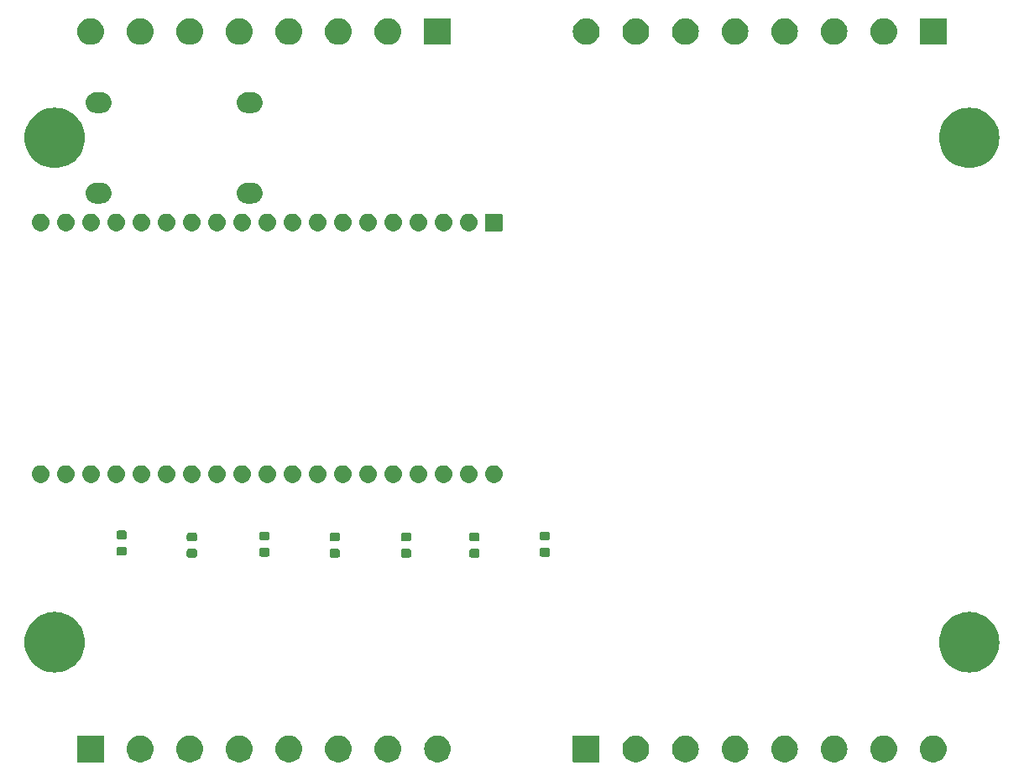
<source format=gbr>
%TF.GenerationSoftware,KiCad,Pcbnew,7.0.10*%
%TF.CreationDate,2024-02-03T19:37:43+01:00*%
%TF.ProjectId,led_stairs_controller,6c65645f-7374-4616-9972-735f636f6e74,V0.1*%
%TF.SameCoordinates,Original*%
%TF.FileFunction,Soldermask,Bot*%
%TF.FilePolarity,Negative*%
%FSLAX46Y46*%
G04 Gerber Fmt 4.6, Leading zero omitted, Abs format (unit mm)*
G04 Created by KiCad (PCBNEW 7.0.10) date 2024-02-03 19:37:43*
%MOMM*%
%LPD*%
G01*
G04 APERTURE LIST*
G04 APERTURE END LIST*
G36*
X109994517Y-132232882D02*
G01*
X110011062Y-132243938D01*
X110022118Y-132260483D01*
X110026000Y-132280000D01*
X110026000Y-134880000D01*
X110022118Y-134899517D01*
X110011062Y-134916062D01*
X109994517Y-134927118D01*
X109975000Y-134931000D01*
X107375000Y-134931000D01*
X107355483Y-134927118D01*
X107338938Y-134916062D01*
X107327882Y-134899517D01*
X107324000Y-134880000D01*
X107324000Y-132280000D01*
X107327882Y-132260483D01*
X107338938Y-132243938D01*
X107355483Y-132232882D01*
X107375000Y-132229000D01*
X109975000Y-132229000D01*
X109994517Y-132232882D01*
G37*
G36*
X159994517Y-132232882D02*
G01*
X160011062Y-132243938D01*
X160022118Y-132260483D01*
X160026000Y-132280000D01*
X160026000Y-134880000D01*
X160022118Y-134899517D01*
X160011062Y-134916062D01*
X159994517Y-134927118D01*
X159975000Y-134931000D01*
X157375000Y-134931000D01*
X157355483Y-134927118D01*
X157338938Y-134916062D01*
X157327882Y-134899517D01*
X157324000Y-134880000D01*
X157324000Y-132280000D01*
X157327882Y-132260483D01*
X157338938Y-132243938D01*
X157355483Y-132232882D01*
X157375000Y-132229000D01*
X159975000Y-132229000D01*
X159994517Y-132232882D01*
G37*
G36*
X114006651Y-132270340D02*
G01*
X114217691Y-132342790D01*
X114413927Y-132448988D01*
X114590007Y-132586037D01*
X114741129Y-132750199D01*
X114863169Y-132936995D01*
X114952799Y-133141331D01*
X115007574Y-133357633D01*
X115026000Y-133580000D01*
X115007574Y-133802367D01*
X114952799Y-134018669D01*
X114863169Y-134223005D01*
X114741129Y-134409801D01*
X114590007Y-134573963D01*
X114413927Y-134711012D01*
X114217691Y-134817210D01*
X114006651Y-134889660D01*
X113786565Y-134926386D01*
X113563435Y-134926386D01*
X113343349Y-134889660D01*
X113132309Y-134817210D01*
X112936073Y-134711012D01*
X112759993Y-134573963D01*
X112608871Y-134409801D01*
X112486831Y-134223005D01*
X112397201Y-134018669D01*
X112342426Y-133802367D01*
X112324000Y-133580000D01*
X112342426Y-133357633D01*
X112397201Y-133141331D01*
X112486831Y-132936995D01*
X112608871Y-132750199D01*
X112759993Y-132586037D01*
X112936073Y-132448988D01*
X113132309Y-132342790D01*
X113343349Y-132270340D01*
X113563435Y-132233614D01*
X113786565Y-132233614D01*
X114006651Y-132270340D01*
G37*
G36*
X119006651Y-132270340D02*
G01*
X119217691Y-132342790D01*
X119413927Y-132448988D01*
X119590007Y-132586037D01*
X119741129Y-132750199D01*
X119863169Y-132936995D01*
X119952799Y-133141331D01*
X120007574Y-133357633D01*
X120026000Y-133580000D01*
X120007574Y-133802367D01*
X119952799Y-134018669D01*
X119863169Y-134223005D01*
X119741129Y-134409801D01*
X119590007Y-134573963D01*
X119413927Y-134711012D01*
X119217691Y-134817210D01*
X119006651Y-134889660D01*
X118786565Y-134926386D01*
X118563435Y-134926386D01*
X118343349Y-134889660D01*
X118132309Y-134817210D01*
X117936073Y-134711012D01*
X117759993Y-134573963D01*
X117608871Y-134409801D01*
X117486831Y-134223005D01*
X117397201Y-134018669D01*
X117342426Y-133802367D01*
X117324000Y-133580000D01*
X117342426Y-133357633D01*
X117397201Y-133141331D01*
X117486831Y-132936995D01*
X117608871Y-132750199D01*
X117759993Y-132586037D01*
X117936073Y-132448988D01*
X118132309Y-132342790D01*
X118343349Y-132270340D01*
X118563435Y-132233614D01*
X118786565Y-132233614D01*
X119006651Y-132270340D01*
G37*
G36*
X124006651Y-132270340D02*
G01*
X124217691Y-132342790D01*
X124413927Y-132448988D01*
X124590007Y-132586037D01*
X124741129Y-132750199D01*
X124863169Y-132936995D01*
X124952799Y-133141331D01*
X125007574Y-133357633D01*
X125026000Y-133580000D01*
X125007574Y-133802367D01*
X124952799Y-134018669D01*
X124863169Y-134223005D01*
X124741129Y-134409801D01*
X124590007Y-134573963D01*
X124413927Y-134711012D01*
X124217691Y-134817210D01*
X124006651Y-134889660D01*
X123786565Y-134926386D01*
X123563435Y-134926386D01*
X123343349Y-134889660D01*
X123132309Y-134817210D01*
X122936073Y-134711012D01*
X122759993Y-134573963D01*
X122608871Y-134409801D01*
X122486831Y-134223005D01*
X122397201Y-134018669D01*
X122342426Y-133802367D01*
X122324000Y-133580000D01*
X122342426Y-133357633D01*
X122397201Y-133141331D01*
X122486831Y-132936995D01*
X122608871Y-132750199D01*
X122759993Y-132586037D01*
X122936073Y-132448988D01*
X123132309Y-132342790D01*
X123343349Y-132270340D01*
X123563435Y-132233614D01*
X123786565Y-132233614D01*
X124006651Y-132270340D01*
G37*
G36*
X129006651Y-132270340D02*
G01*
X129217691Y-132342790D01*
X129413927Y-132448988D01*
X129590007Y-132586037D01*
X129741129Y-132750199D01*
X129863169Y-132936995D01*
X129952799Y-133141331D01*
X130007574Y-133357633D01*
X130026000Y-133580000D01*
X130007574Y-133802367D01*
X129952799Y-134018669D01*
X129863169Y-134223005D01*
X129741129Y-134409801D01*
X129590007Y-134573963D01*
X129413927Y-134711012D01*
X129217691Y-134817210D01*
X129006651Y-134889660D01*
X128786565Y-134926386D01*
X128563435Y-134926386D01*
X128343349Y-134889660D01*
X128132309Y-134817210D01*
X127936073Y-134711012D01*
X127759993Y-134573963D01*
X127608871Y-134409801D01*
X127486831Y-134223005D01*
X127397201Y-134018669D01*
X127342426Y-133802367D01*
X127324000Y-133580000D01*
X127342426Y-133357633D01*
X127397201Y-133141331D01*
X127486831Y-132936995D01*
X127608871Y-132750199D01*
X127759993Y-132586037D01*
X127936073Y-132448988D01*
X128132309Y-132342790D01*
X128343349Y-132270340D01*
X128563435Y-132233614D01*
X128786565Y-132233614D01*
X129006651Y-132270340D01*
G37*
G36*
X134006651Y-132270340D02*
G01*
X134217691Y-132342790D01*
X134413927Y-132448988D01*
X134590007Y-132586037D01*
X134741129Y-132750199D01*
X134863169Y-132936995D01*
X134952799Y-133141331D01*
X135007574Y-133357633D01*
X135026000Y-133580000D01*
X135007574Y-133802367D01*
X134952799Y-134018669D01*
X134863169Y-134223005D01*
X134741129Y-134409801D01*
X134590007Y-134573963D01*
X134413927Y-134711012D01*
X134217691Y-134817210D01*
X134006651Y-134889660D01*
X133786565Y-134926386D01*
X133563435Y-134926386D01*
X133343349Y-134889660D01*
X133132309Y-134817210D01*
X132936073Y-134711012D01*
X132759993Y-134573963D01*
X132608871Y-134409801D01*
X132486831Y-134223005D01*
X132397201Y-134018669D01*
X132342426Y-133802367D01*
X132324000Y-133580000D01*
X132342426Y-133357633D01*
X132397201Y-133141331D01*
X132486831Y-132936995D01*
X132608871Y-132750199D01*
X132759993Y-132586037D01*
X132936073Y-132448988D01*
X133132309Y-132342790D01*
X133343349Y-132270340D01*
X133563435Y-132233614D01*
X133786565Y-132233614D01*
X134006651Y-132270340D01*
G37*
G36*
X139006651Y-132270340D02*
G01*
X139217691Y-132342790D01*
X139413927Y-132448988D01*
X139590007Y-132586037D01*
X139741129Y-132750199D01*
X139863169Y-132936995D01*
X139952799Y-133141331D01*
X140007574Y-133357633D01*
X140026000Y-133580000D01*
X140007574Y-133802367D01*
X139952799Y-134018669D01*
X139863169Y-134223005D01*
X139741129Y-134409801D01*
X139590007Y-134573963D01*
X139413927Y-134711012D01*
X139217691Y-134817210D01*
X139006651Y-134889660D01*
X138786565Y-134926386D01*
X138563435Y-134926386D01*
X138343349Y-134889660D01*
X138132309Y-134817210D01*
X137936073Y-134711012D01*
X137759993Y-134573963D01*
X137608871Y-134409801D01*
X137486831Y-134223005D01*
X137397201Y-134018669D01*
X137342426Y-133802367D01*
X137324000Y-133580000D01*
X137342426Y-133357633D01*
X137397201Y-133141331D01*
X137486831Y-132936995D01*
X137608871Y-132750199D01*
X137759993Y-132586037D01*
X137936073Y-132448988D01*
X138132309Y-132342790D01*
X138343349Y-132270340D01*
X138563435Y-132233614D01*
X138786565Y-132233614D01*
X139006651Y-132270340D01*
G37*
G36*
X144006651Y-132270340D02*
G01*
X144217691Y-132342790D01*
X144413927Y-132448988D01*
X144590007Y-132586037D01*
X144741129Y-132750199D01*
X144863169Y-132936995D01*
X144952799Y-133141331D01*
X145007574Y-133357633D01*
X145026000Y-133580000D01*
X145007574Y-133802367D01*
X144952799Y-134018669D01*
X144863169Y-134223005D01*
X144741129Y-134409801D01*
X144590007Y-134573963D01*
X144413927Y-134711012D01*
X144217691Y-134817210D01*
X144006651Y-134889660D01*
X143786565Y-134926386D01*
X143563435Y-134926386D01*
X143343349Y-134889660D01*
X143132309Y-134817210D01*
X142936073Y-134711012D01*
X142759993Y-134573963D01*
X142608871Y-134409801D01*
X142486831Y-134223005D01*
X142397201Y-134018669D01*
X142342426Y-133802367D01*
X142324000Y-133580000D01*
X142342426Y-133357633D01*
X142397201Y-133141331D01*
X142486831Y-132936995D01*
X142608871Y-132750199D01*
X142759993Y-132586037D01*
X142936073Y-132448988D01*
X143132309Y-132342790D01*
X143343349Y-132270340D01*
X143563435Y-132233614D01*
X143786565Y-132233614D01*
X144006651Y-132270340D01*
G37*
G36*
X164006651Y-132270340D02*
G01*
X164217691Y-132342790D01*
X164413927Y-132448988D01*
X164590007Y-132586037D01*
X164741129Y-132750199D01*
X164863169Y-132936995D01*
X164952799Y-133141331D01*
X165007574Y-133357633D01*
X165026000Y-133580000D01*
X165007574Y-133802367D01*
X164952799Y-134018669D01*
X164863169Y-134223005D01*
X164741129Y-134409801D01*
X164590007Y-134573963D01*
X164413927Y-134711012D01*
X164217691Y-134817210D01*
X164006651Y-134889660D01*
X163786565Y-134926386D01*
X163563435Y-134926386D01*
X163343349Y-134889660D01*
X163132309Y-134817210D01*
X162936073Y-134711012D01*
X162759993Y-134573963D01*
X162608871Y-134409801D01*
X162486831Y-134223005D01*
X162397201Y-134018669D01*
X162342426Y-133802367D01*
X162324000Y-133580000D01*
X162342426Y-133357633D01*
X162397201Y-133141331D01*
X162486831Y-132936995D01*
X162608871Y-132750199D01*
X162759993Y-132586037D01*
X162936073Y-132448988D01*
X163132309Y-132342790D01*
X163343349Y-132270340D01*
X163563435Y-132233614D01*
X163786565Y-132233614D01*
X164006651Y-132270340D01*
G37*
G36*
X169006651Y-132270340D02*
G01*
X169217691Y-132342790D01*
X169413927Y-132448988D01*
X169590007Y-132586037D01*
X169741129Y-132750199D01*
X169863169Y-132936995D01*
X169952799Y-133141331D01*
X170007574Y-133357633D01*
X170026000Y-133580000D01*
X170007574Y-133802367D01*
X169952799Y-134018669D01*
X169863169Y-134223005D01*
X169741129Y-134409801D01*
X169590007Y-134573963D01*
X169413927Y-134711012D01*
X169217691Y-134817210D01*
X169006651Y-134889660D01*
X168786565Y-134926386D01*
X168563435Y-134926386D01*
X168343349Y-134889660D01*
X168132309Y-134817210D01*
X167936073Y-134711012D01*
X167759993Y-134573963D01*
X167608871Y-134409801D01*
X167486831Y-134223005D01*
X167397201Y-134018669D01*
X167342426Y-133802367D01*
X167324000Y-133580000D01*
X167342426Y-133357633D01*
X167397201Y-133141331D01*
X167486831Y-132936995D01*
X167608871Y-132750199D01*
X167759993Y-132586037D01*
X167936073Y-132448988D01*
X168132309Y-132342790D01*
X168343349Y-132270340D01*
X168563435Y-132233614D01*
X168786565Y-132233614D01*
X169006651Y-132270340D01*
G37*
G36*
X174006651Y-132270340D02*
G01*
X174217691Y-132342790D01*
X174413927Y-132448988D01*
X174590007Y-132586037D01*
X174741129Y-132750199D01*
X174863169Y-132936995D01*
X174952799Y-133141331D01*
X175007574Y-133357633D01*
X175026000Y-133580000D01*
X175007574Y-133802367D01*
X174952799Y-134018669D01*
X174863169Y-134223005D01*
X174741129Y-134409801D01*
X174590007Y-134573963D01*
X174413927Y-134711012D01*
X174217691Y-134817210D01*
X174006651Y-134889660D01*
X173786565Y-134926386D01*
X173563435Y-134926386D01*
X173343349Y-134889660D01*
X173132309Y-134817210D01*
X172936073Y-134711012D01*
X172759993Y-134573963D01*
X172608871Y-134409801D01*
X172486831Y-134223005D01*
X172397201Y-134018669D01*
X172342426Y-133802367D01*
X172324000Y-133580000D01*
X172342426Y-133357633D01*
X172397201Y-133141331D01*
X172486831Y-132936995D01*
X172608871Y-132750199D01*
X172759993Y-132586037D01*
X172936073Y-132448988D01*
X173132309Y-132342790D01*
X173343349Y-132270340D01*
X173563435Y-132233614D01*
X173786565Y-132233614D01*
X174006651Y-132270340D01*
G37*
G36*
X179006651Y-132270340D02*
G01*
X179217691Y-132342790D01*
X179413927Y-132448988D01*
X179590007Y-132586037D01*
X179741129Y-132750199D01*
X179863169Y-132936995D01*
X179952799Y-133141331D01*
X180007574Y-133357633D01*
X180026000Y-133580000D01*
X180007574Y-133802367D01*
X179952799Y-134018669D01*
X179863169Y-134223005D01*
X179741129Y-134409801D01*
X179590007Y-134573963D01*
X179413927Y-134711012D01*
X179217691Y-134817210D01*
X179006651Y-134889660D01*
X178786565Y-134926386D01*
X178563435Y-134926386D01*
X178343349Y-134889660D01*
X178132309Y-134817210D01*
X177936073Y-134711012D01*
X177759993Y-134573963D01*
X177608871Y-134409801D01*
X177486831Y-134223005D01*
X177397201Y-134018669D01*
X177342426Y-133802367D01*
X177324000Y-133580000D01*
X177342426Y-133357633D01*
X177397201Y-133141331D01*
X177486831Y-132936995D01*
X177608871Y-132750199D01*
X177759993Y-132586037D01*
X177936073Y-132448988D01*
X178132309Y-132342790D01*
X178343349Y-132270340D01*
X178563435Y-132233614D01*
X178786565Y-132233614D01*
X179006651Y-132270340D01*
G37*
G36*
X184006651Y-132270340D02*
G01*
X184217691Y-132342790D01*
X184413927Y-132448988D01*
X184590007Y-132586037D01*
X184741129Y-132750199D01*
X184863169Y-132936995D01*
X184952799Y-133141331D01*
X185007574Y-133357633D01*
X185026000Y-133580000D01*
X185007574Y-133802367D01*
X184952799Y-134018669D01*
X184863169Y-134223005D01*
X184741129Y-134409801D01*
X184590007Y-134573963D01*
X184413927Y-134711012D01*
X184217691Y-134817210D01*
X184006651Y-134889660D01*
X183786565Y-134926386D01*
X183563435Y-134926386D01*
X183343349Y-134889660D01*
X183132309Y-134817210D01*
X182936073Y-134711012D01*
X182759993Y-134573963D01*
X182608871Y-134409801D01*
X182486831Y-134223005D01*
X182397201Y-134018669D01*
X182342426Y-133802367D01*
X182324000Y-133580000D01*
X182342426Y-133357633D01*
X182397201Y-133141331D01*
X182486831Y-132936995D01*
X182608871Y-132750199D01*
X182759993Y-132586037D01*
X182936073Y-132448988D01*
X183132309Y-132342790D01*
X183343349Y-132270340D01*
X183563435Y-132233614D01*
X183786565Y-132233614D01*
X184006651Y-132270340D01*
G37*
G36*
X189006651Y-132270340D02*
G01*
X189217691Y-132342790D01*
X189413927Y-132448988D01*
X189590007Y-132586037D01*
X189741129Y-132750199D01*
X189863169Y-132936995D01*
X189952799Y-133141331D01*
X190007574Y-133357633D01*
X190026000Y-133580000D01*
X190007574Y-133802367D01*
X189952799Y-134018669D01*
X189863169Y-134223005D01*
X189741129Y-134409801D01*
X189590007Y-134573963D01*
X189413927Y-134711012D01*
X189217691Y-134817210D01*
X189006651Y-134889660D01*
X188786565Y-134926386D01*
X188563435Y-134926386D01*
X188343349Y-134889660D01*
X188132309Y-134817210D01*
X187936073Y-134711012D01*
X187759993Y-134573963D01*
X187608871Y-134409801D01*
X187486831Y-134223005D01*
X187397201Y-134018669D01*
X187342426Y-133802367D01*
X187324000Y-133580000D01*
X187342426Y-133357633D01*
X187397201Y-133141331D01*
X187486831Y-132936995D01*
X187608871Y-132750199D01*
X187759993Y-132586037D01*
X187936073Y-132448988D01*
X188132309Y-132342790D01*
X188343349Y-132270340D01*
X188563435Y-132233614D01*
X188786565Y-132233614D01*
X189006651Y-132270340D01*
G37*
G36*
X194006651Y-132270340D02*
G01*
X194217691Y-132342790D01*
X194413927Y-132448988D01*
X194590007Y-132586037D01*
X194741129Y-132750199D01*
X194863169Y-132936995D01*
X194952799Y-133141331D01*
X195007574Y-133357633D01*
X195026000Y-133580000D01*
X195007574Y-133802367D01*
X194952799Y-134018669D01*
X194863169Y-134223005D01*
X194741129Y-134409801D01*
X194590007Y-134573963D01*
X194413927Y-134711012D01*
X194217691Y-134817210D01*
X194006651Y-134889660D01*
X193786565Y-134926386D01*
X193563435Y-134926386D01*
X193343349Y-134889660D01*
X193132309Y-134817210D01*
X192936073Y-134711012D01*
X192759993Y-134573963D01*
X192608871Y-134409801D01*
X192486831Y-134223005D01*
X192397201Y-134018669D01*
X192342426Y-133802367D01*
X192324000Y-133580000D01*
X192342426Y-133357633D01*
X192397201Y-133141331D01*
X192486831Y-132936995D01*
X192608871Y-132750199D01*
X192759993Y-132586037D01*
X192936073Y-132448988D01*
X193132309Y-132342790D01*
X193343349Y-132270340D01*
X193563435Y-132233614D01*
X193786565Y-132233614D01*
X194006651Y-132270340D01*
G37*
G36*
X105391604Y-119768184D02*
G01*
X105728911Y-119825495D01*
X106057681Y-119920212D01*
X106373779Y-120051144D01*
X106673230Y-120216644D01*
X106952267Y-120414632D01*
X107207383Y-120642617D01*
X107435368Y-120897733D01*
X107633356Y-121176770D01*
X107798856Y-121476221D01*
X107929788Y-121792319D01*
X108024505Y-122121089D01*
X108081816Y-122458396D01*
X108101000Y-122800000D01*
X108081816Y-123141604D01*
X108024505Y-123478911D01*
X107929788Y-123807681D01*
X107798856Y-124123779D01*
X107633356Y-124423230D01*
X107435368Y-124702267D01*
X107207383Y-124957383D01*
X106952267Y-125185368D01*
X106673230Y-125383356D01*
X106373779Y-125548856D01*
X106057681Y-125679788D01*
X105728911Y-125774505D01*
X105391604Y-125831816D01*
X105050000Y-125851000D01*
X104708396Y-125831816D01*
X104371089Y-125774505D01*
X104042319Y-125679788D01*
X103726221Y-125548856D01*
X103426770Y-125383356D01*
X103147733Y-125185368D01*
X102892617Y-124957383D01*
X102664632Y-124702267D01*
X102466644Y-124423230D01*
X102301144Y-124123779D01*
X102170212Y-123807681D01*
X102075495Y-123478911D01*
X102018184Y-123141604D01*
X101999000Y-122800000D01*
X102018184Y-122458396D01*
X102075495Y-122121089D01*
X102170212Y-121792319D01*
X102301144Y-121476221D01*
X102466644Y-121176770D01*
X102664632Y-120897733D01*
X102892617Y-120642617D01*
X103147733Y-120414632D01*
X103426770Y-120216644D01*
X103726221Y-120051144D01*
X104042319Y-119920212D01*
X104371089Y-119825495D01*
X104708396Y-119768184D01*
X105050000Y-119749000D01*
X105391604Y-119768184D01*
G37*
G36*
X197641604Y-119768184D02*
G01*
X197978911Y-119825495D01*
X198307681Y-119920212D01*
X198623779Y-120051144D01*
X198923230Y-120216644D01*
X199202267Y-120414632D01*
X199457383Y-120642617D01*
X199685368Y-120897733D01*
X199883356Y-121176770D01*
X200048856Y-121476221D01*
X200179788Y-121792319D01*
X200274505Y-122121089D01*
X200331816Y-122458396D01*
X200351000Y-122800000D01*
X200331816Y-123141604D01*
X200274505Y-123478911D01*
X200179788Y-123807681D01*
X200048856Y-124123779D01*
X199883356Y-124423230D01*
X199685368Y-124702267D01*
X199457383Y-124957383D01*
X199202267Y-125185368D01*
X198923230Y-125383356D01*
X198623779Y-125548856D01*
X198307681Y-125679788D01*
X197978911Y-125774505D01*
X197641604Y-125831816D01*
X197300000Y-125851000D01*
X196958396Y-125831816D01*
X196621089Y-125774505D01*
X196292319Y-125679788D01*
X195976221Y-125548856D01*
X195676770Y-125383356D01*
X195397733Y-125185368D01*
X195142617Y-124957383D01*
X194914632Y-124702267D01*
X194716644Y-124423230D01*
X194551144Y-124123779D01*
X194420212Y-123807681D01*
X194325495Y-123478911D01*
X194268184Y-123141604D01*
X194249000Y-122800000D01*
X194268184Y-122458396D01*
X194325495Y-122121089D01*
X194420212Y-121792319D01*
X194551144Y-121476221D01*
X194716644Y-121176770D01*
X194914632Y-120897733D01*
X195142617Y-120642617D01*
X195397733Y-120414632D01*
X195676770Y-120216644D01*
X195976221Y-120051144D01*
X196292319Y-119920212D01*
X196621089Y-119825495D01*
X196958396Y-119768184D01*
X197300000Y-119749000D01*
X197641604Y-119768184D01*
G37*
G36*
X119179047Y-113374805D02*
G01*
X119230637Y-113380790D01*
X119248262Y-113388572D01*
X119271054Y-113393106D01*
X119295455Y-113409410D01*
X119316358Y-113418640D01*
X119330634Y-113432916D01*
X119352484Y-113447516D01*
X119367083Y-113469365D01*
X119381359Y-113483641D01*
X119390588Y-113504542D01*
X119406894Y-113528946D01*
X119411427Y-113551739D01*
X119419209Y-113569362D01*
X119425192Y-113620942D01*
X119426000Y-113625000D01*
X119426000Y-114025000D01*
X119425192Y-114029059D01*
X119419209Y-114080637D01*
X119411428Y-114098258D01*
X119406894Y-114121054D01*
X119390586Y-114145459D01*
X119381359Y-114166358D01*
X119367085Y-114180631D01*
X119352484Y-114202484D01*
X119330631Y-114217085D01*
X119316358Y-114231359D01*
X119295459Y-114240586D01*
X119271054Y-114256894D01*
X119248258Y-114261428D01*
X119230637Y-114269209D01*
X119179059Y-114275192D01*
X119175000Y-114276000D01*
X118625000Y-114276000D01*
X118620942Y-114275192D01*
X118569362Y-114269209D01*
X118551739Y-114261427D01*
X118528946Y-114256894D01*
X118504542Y-114240588D01*
X118483641Y-114231359D01*
X118469365Y-114217083D01*
X118447516Y-114202484D01*
X118432916Y-114180634D01*
X118418640Y-114166358D01*
X118409410Y-114145455D01*
X118393106Y-114121054D01*
X118388572Y-114098262D01*
X118380790Y-114080637D01*
X118374805Y-114029047D01*
X118374000Y-114025000D01*
X118374000Y-113625000D01*
X118374804Y-113620954D01*
X118380790Y-113569362D01*
X118388572Y-113551735D01*
X118393106Y-113528946D01*
X118409409Y-113504546D01*
X118418640Y-113483641D01*
X118432918Y-113469362D01*
X118447516Y-113447516D01*
X118469362Y-113432918D01*
X118483641Y-113418640D01*
X118504546Y-113409409D01*
X118528946Y-113393106D01*
X118551735Y-113388572D01*
X118569362Y-113380790D01*
X118620954Y-113374804D01*
X118625000Y-113374000D01*
X119175000Y-113374000D01*
X119179047Y-113374805D01*
G37*
G36*
X133579047Y-113374805D02*
G01*
X133630637Y-113380790D01*
X133648262Y-113388572D01*
X133671054Y-113393106D01*
X133695455Y-113409410D01*
X133716358Y-113418640D01*
X133730634Y-113432916D01*
X133752484Y-113447516D01*
X133767083Y-113469365D01*
X133781359Y-113483641D01*
X133790588Y-113504542D01*
X133806894Y-113528946D01*
X133811427Y-113551739D01*
X133819209Y-113569362D01*
X133825192Y-113620942D01*
X133826000Y-113625000D01*
X133826000Y-114025000D01*
X133825192Y-114029059D01*
X133819209Y-114080637D01*
X133811428Y-114098258D01*
X133806894Y-114121054D01*
X133790586Y-114145459D01*
X133781359Y-114166358D01*
X133767085Y-114180631D01*
X133752484Y-114202484D01*
X133730631Y-114217085D01*
X133716358Y-114231359D01*
X133695459Y-114240586D01*
X133671054Y-114256894D01*
X133648258Y-114261428D01*
X133630637Y-114269209D01*
X133579059Y-114275192D01*
X133575000Y-114276000D01*
X133025000Y-114276000D01*
X133020942Y-114275192D01*
X132969362Y-114269209D01*
X132951739Y-114261427D01*
X132928946Y-114256894D01*
X132904542Y-114240588D01*
X132883641Y-114231359D01*
X132869365Y-114217083D01*
X132847516Y-114202484D01*
X132832916Y-114180634D01*
X132818640Y-114166358D01*
X132809410Y-114145455D01*
X132793106Y-114121054D01*
X132788572Y-114098262D01*
X132780790Y-114080637D01*
X132774805Y-114029047D01*
X132774000Y-114025000D01*
X132774000Y-113625000D01*
X132774804Y-113620954D01*
X132780790Y-113569362D01*
X132788572Y-113551735D01*
X132793106Y-113528946D01*
X132809409Y-113504546D01*
X132818640Y-113483641D01*
X132832918Y-113469362D01*
X132847516Y-113447516D01*
X132869362Y-113432918D01*
X132883641Y-113418640D01*
X132904546Y-113409409D01*
X132928946Y-113393106D01*
X132951735Y-113388572D01*
X132969362Y-113380790D01*
X133020954Y-113374804D01*
X133025000Y-113374000D01*
X133575000Y-113374000D01*
X133579047Y-113374805D01*
G37*
G36*
X140779047Y-113374805D02*
G01*
X140830637Y-113380790D01*
X140848262Y-113388572D01*
X140871054Y-113393106D01*
X140895455Y-113409410D01*
X140916358Y-113418640D01*
X140930634Y-113432916D01*
X140952484Y-113447516D01*
X140967083Y-113469365D01*
X140981359Y-113483641D01*
X140990588Y-113504542D01*
X141006894Y-113528946D01*
X141011427Y-113551739D01*
X141019209Y-113569362D01*
X141025192Y-113620942D01*
X141026000Y-113625000D01*
X141026000Y-114025000D01*
X141025192Y-114029059D01*
X141019209Y-114080637D01*
X141011428Y-114098258D01*
X141006894Y-114121054D01*
X140990586Y-114145459D01*
X140981359Y-114166358D01*
X140967085Y-114180631D01*
X140952484Y-114202484D01*
X140930631Y-114217085D01*
X140916358Y-114231359D01*
X140895459Y-114240586D01*
X140871054Y-114256894D01*
X140848258Y-114261428D01*
X140830637Y-114269209D01*
X140779059Y-114275192D01*
X140775000Y-114276000D01*
X140225000Y-114276000D01*
X140220942Y-114275192D01*
X140169362Y-114269209D01*
X140151739Y-114261427D01*
X140128946Y-114256894D01*
X140104542Y-114240588D01*
X140083641Y-114231359D01*
X140069365Y-114217083D01*
X140047516Y-114202484D01*
X140032916Y-114180634D01*
X140018640Y-114166358D01*
X140009410Y-114145455D01*
X139993106Y-114121054D01*
X139988572Y-114098262D01*
X139980790Y-114080637D01*
X139974805Y-114029047D01*
X139974000Y-114025000D01*
X139974000Y-113625000D01*
X139974804Y-113620954D01*
X139980790Y-113569362D01*
X139988572Y-113551735D01*
X139993106Y-113528946D01*
X140009409Y-113504546D01*
X140018640Y-113483641D01*
X140032918Y-113469362D01*
X140047516Y-113447516D01*
X140069362Y-113432918D01*
X140083641Y-113418640D01*
X140104546Y-113409409D01*
X140128946Y-113393106D01*
X140151735Y-113388572D01*
X140169362Y-113380790D01*
X140220954Y-113374804D01*
X140225000Y-113374000D01*
X140775000Y-113374000D01*
X140779047Y-113374805D01*
G37*
G36*
X147679047Y-113374805D02*
G01*
X147730637Y-113380790D01*
X147748262Y-113388572D01*
X147771054Y-113393106D01*
X147795455Y-113409410D01*
X147816358Y-113418640D01*
X147830634Y-113432916D01*
X147852484Y-113447516D01*
X147867083Y-113469365D01*
X147881359Y-113483641D01*
X147890588Y-113504542D01*
X147906894Y-113528946D01*
X147911427Y-113551739D01*
X147919209Y-113569362D01*
X147925192Y-113620942D01*
X147926000Y-113625000D01*
X147926000Y-114025000D01*
X147925192Y-114029059D01*
X147919209Y-114080637D01*
X147911428Y-114098258D01*
X147906894Y-114121054D01*
X147890586Y-114145459D01*
X147881359Y-114166358D01*
X147867085Y-114180631D01*
X147852484Y-114202484D01*
X147830631Y-114217085D01*
X147816358Y-114231359D01*
X147795459Y-114240586D01*
X147771054Y-114256894D01*
X147748258Y-114261428D01*
X147730637Y-114269209D01*
X147679059Y-114275192D01*
X147675000Y-114276000D01*
X147125000Y-114276000D01*
X147120942Y-114275192D01*
X147069362Y-114269209D01*
X147051739Y-114261427D01*
X147028946Y-114256894D01*
X147004542Y-114240588D01*
X146983641Y-114231359D01*
X146969365Y-114217083D01*
X146947516Y-114202484D01*
X146932916Y-114180634D01*
X146918640Y-114166358D01*
X146909410Y-114145455D01*
X146893106Y-114121054D01*
X146888572Y-114098262D01*
X146880790Y-114080637D01*
X146874805Y-114029047D01*
X146874000Y-114025000D01*
X146874000Y-113625000D01*
X146874804Y-113620954D01*
X146880790Y-113569362D01*
X146888572Y-113551735D01*
X146893106Y-113528946D01*
X146909409Y-113504546D01*
X146918640Y-113483641D01*
X146932918Y-113469362D01*
X146947516Y-113447516D01*
X146969362Y-113432918D01*
X146983641Y-113418640D01*
X147004546Y-113409409D01*
X147028946Y-113393106D01*
X147051735Y-113388572D01*
X147069362Y-113380790D01*
X147120954Y-113374804D01*
X147125000Y-113374000D01*
X147675000Y-113374000D01*
X147679047Y-113374805D01*
G37*
G36*
X126479047Y-113274805D02*
G01*
X126530637Y-113280790D01*
X126548262Y-113288572D01*
X126571054Y-113293106D01*
X126595455Y-113309410D01*
X126616358Y-113318640D01*
X126630634Y-113332916D01*
X126652484Y-113347516D01*
X126667083Y-113369365D01*
X126681359Y-113383641D01*
X126690588Y-113404542D01*
X126706894Y-113428946D01*
X126711427Y-113451739D01*
X126719209Y-113469362D01*
X126725192Y-113520942D01*
X126726000Y-113525000D01*
X126726000Y-113925000D01*
X126725192Y-113929059D01*
X126719209Y-113980637D01*
X126711428Y-113998258D01*
X126706894Y-114021054D01*
X126690586Y-114045459D01*
X126681359Y-114066358D01*
X126667085Y-114080631D01*
X126652484Y-114102484D01*
X126630631Y-114117085D01*
X126616358Y-114131359D01*
X126595459Y-114140586D01*
X126571054Y-114156894D01*
X126548258Y-114161428D01*
X126530637Y-114169209D01*
X126479059Y-114175192D01*
X126475000Y-114176000D01*
X125925000Y-114176000D01*
X125920942Y-114175192D01*
X125869362Y-114169209D01*
X125851739Y-114161427D01*
X125828946Y-114156894D01*
X125804542Y-114140588D01*
X125783641Y-114131359D01*
X125769365Y-114117083D01*
X125747516Y-114102484D01*
X125732916Y-114080634D01*
X125718640Y-114066358D01*
X125709410Y-114045455D01*
X125693106Y-114021054D01*
X125688572Y-113998262D01*
X125680790Y-113980637D01*
X125674805Y-113929047D01*
X125674000Y-113925000D01*
X125674000Y-113525000D01*
X125674804Y-113520954D01*
X125680790Y-113469362D01*
X125688572Y-113451735D01*
X125693106Y-113428946D01*
X125709409Y-113404546D01*
X125718640Y-113383641D01*
X125732918Y-113369362D01*
X125747516Y-113347516D01*
X125769362Y-113332918D01*
X125783641Y-113318640D01*
X125804546Y-113309409D01*
X125828946Y-113293106D01*
X125851735Y-113288572D01*
X125869362Y-113280790D01*
X125920954Y-113274804D01*
X125925000Y-113274000D01*
X126475000Y-113274000D01*
X126479047Y-113274805D01*
G37*
G36*
X154779047Y-113274805D02*
G01*
X154830637Y-113280790D01*
X154848262Y-113288572D01*
X154871054Y-113293106D01*
X154895455Y-113309410D01*
X154916358Y-113318640D01*
X154930634Y-113332916D01*
X154952484Y-113347516D01*
X154967083Y-113369365D01*
X154981359Y-113383641D01*
X154990588Y-113404542D01*
X155006894Y-113428946D01*
X155011427Y-113451739D01*
X155019209Y-113469362D01*
X155025192Y-113520942D01*
X155026000Y-113525000D01*
X155026000Y-113925000D01*
X155025192Y-113929059D01*
X155019209Y-113980637D01*
X155011428Y-113998258D01*
X155006894Y-114021054D01*
X154990586Y-114045459D01*
X154981359Y-114066358D01*
X154967085Y-114080631D01*
X154952484Y-114102484D01*
X154930631Y-114117085D01*
X154916358Y-114131359D01*
X154895459Y-114140586D01*
X154871054Y-114156894D01*
X154848258Y-114161428D01*
X154830637Y-114169209D01*
X154779059Y-114175192D01*
X154775000Y-114176000D01*
X154225000Y-114176000D01*
X154220942Y-114175192D01*
X154169362Y-114169209D01*
X154151739Y-114161427D01*
X154128946Y-114156894D01*
X154104542Y-114140588D01*
X154083641Y-114131359D01*
X154069365Y-114117083D01*
X154047516Y-114102484D01*
X154032916Y-114080634D01*
X154018640Y-114066358D01*
X154009410Y-114045455D01*
X153993106Y-114021054D01*
X153988572Y-113998262D01*
X153980790Y-113980637D01*
X153974805Y-113929047D01*
X153974000Y-113925000D01*
X153974000Y-113525000D01*
X153974804Y-113520954D01*
X153980790Y-113469362D01*
X153988572Y-113451735D01*
X153993106Y-113428946D01*
X154009409Y-113404546D01*
X154018640Y-113383641D01*
X154032918Y-113369362D01*
X154047516Y-113347516D01*
X154069362Y-113332918D01*
X154083641Y-113318640D01*
X154104546Y-113309409D01*
X154128946Y-113293106D01*
X154151735Y-113288572D01*
X154169362Y-113280790D01*
X154220954Y-113274804D01*
X154225000Y-113274000D01*
X154775000Y-113274000D01*
X154779047Y-113274805D01*
G37*
G36*
X112079047Y-113174805D02*
G01*
X112130637Y-113180790D01*
X112148262Y-113188572D01*
X112171054Y-113193106D01*
X112195455Y-113209410D01*
X112216358Y-113218640D01*
X112230634Y-113232916D01*
X112252484Y-113247516D01*
X112267083Y-113269365D01*
X112281359Y-113283641D01*
X112290588Y-113304542D01*
X112306894Y-113328946D01*
X112311427Y-113351739D01*
X112319209Y-113369362D01*
X112325192Y-113420942D01*
X112326000Y-113425000D01*
X112326000Y-113825000D01*
X112325192Y-113829059D01*
X112319209Y-113880637D01*
X112311428Y-113898258D01*
X112306894Y-113921054D01*
X112290586Y-113945459D01*
X112281359Y-113966358D01*
X112267085Y-113980631D01*
X112252484Y-114002484D01*
X112230631Y-114017085D01*
X112216358Y-114031359D01*
X112195459Y-114040586D01*
X112171054Y-114056894D01*
X112148258Y-114061428D01*
X112130637Y-114069209D01*
X112079059Y-114075192D01*
X112075000Y-114076000D01*
X111525000Y-114076000D01*
X111520942Y-114075192D01*
X111469362Y-114069209D01*
X111451739Y-114061427D01*
X111428946Y-114056894D01*
X111404542Y-114040588D01*
X111383641Y-114031359D01*
X111369365Y-114017083D01*
X111347516Y-114002484D01*
X111332916Y-113980634D01*
X111318640Y-113966358D01*
X111309410Y-113945455D01*
X111293106Y-113921054D01*
X111288572Y-113898262D01*
X111280790Y-113880637D01*
X111274805Y-113829047D01*
X111274000Y-113825000D01*
X111274000Y-113425000D01*
X111274804Y-113420954D01*
X111280790Y-113369362D01*
X111288572Y-113351735D01*
X111293106Y-113328946D01*
X111309409Y-113304546D01*
X111318640Y-113283641D01*
X111332918Y-113269362D01*
X111347516Y-113247516D01*
X111369362Y-113232918D01*
X111383641Y-113218640D01*
X111404546Y-113209409D01*
X111428946Y-113193106D01*
X111451735Y-113188572D01*
X111469362Y-113180790D01*
X111520954Y-113174804D01*
X111525000Y-113174000D01*
X112075000Y-113174000D01*
X112079047Y-113174805D01*
G37*
G36*
X119179047Y-111724805D02*
G01*
X119230637Y-111730790D01*
X119248262Y-111738572D01*
X119271054Y-111743106D01*
X119295455Y-111759410D01*
X119316358Y-111768640D01*
X119330634Y-111782916D01*
X119352484Y-111797516D01*
X119367083Y-111819365D01*
X119381359Y-111833641D01*
X119390588Y-111854542D01*
X119406894Y-111878946D01*
X119411427Y-111901739D01*
X119419209Y-111919362D01*
X119425192Y-111970942D01*
X119426000Y-111975000D01*
X119426000Y-112375000D01*
X119425192Y-112379059D01*
X119419209Y-112430637D01*
X119411428Y-112448258D01*
X119406894Y-112471054D01*
X119390586Y-112495459D01*
X119381359Y-112516358D01*
X119367085Y-112530631D01*
X119352484Y-112552484D01*
X119330631Y-112567085D01*
X119316358Y-112581359D01*
X119295459Y-112590586D01*
X119271054Y-112606894D01*
X119248258Y-112611428D01*
X119230637Y-112619209D01*
X119179059Y-112625192D01*
X119175000Y-112626000D01*
X118625000Y-112626000D01*
X118620942Y-112625192D01*
X118569362Y-112619209D01*
X118551739Y-112611427D01*
X118528946Y-112606894D01*
X118504542Y-112590588D01*
X118483641Y-112581359D01*
X118469365Y-112567083D01*
X118447516Y-112552484D01*
X118432916Y-112530634D01*
X118418640Y-112516358D01*
X118409410Y-112495455D01*
X118393106Y-112471054D01*
X118388572Y-112448262D01*
X118380790Y-112430637D01*
X118374805Y-112379047D01*
X118374000Y-112375000D01*
X118374000Y-111975000D01*
X118374804Y-111970954D01*
X118380790Y-111919362D01*
X118388572Y-111901735D01*
X118393106Y-111878946D01*
X118409409Y-111854546D01*
X118418640Y-111833641D01*
X118432918Y-111819362D01*
X118447516Y-111797516D01*
X118469362Y-111782918D01*
X118483641Y-111768640D01*
X118504546Y-111759409D01*
X118528946Y-111743106D01*
X118551735Y-111738572D01*
X118569362Y-111730790D01*
X118620954Y-111724804D01*
X118625000Y-111724000D01*
X119175000Y-111724000D01*
X119179047Y-111724805D01*
G37*
G36*
X133579047Y-111724805D02*
G01*
X133630637Y-111730790D01*
X133648262Y-111738572D01*
X133671054Y-111743106D01*
X133695455Y-111759410D01*
X133716358Y-111768640D01*
X133730634Y-111782916D01*
X133752484Y-111797516D01*
X133767083Y-111819365D01*
X133781359Y-111833641D01*
X133790588Y-111854542D01*
X133806894Y-111878946D01*
X133811427Y-111901739D01*
X133819209Y-111919362D01*
X133825192Y-111970942D01*
X133826000Y-111975000D01*
X133826000Y-112375000D01*
X133825192Y-112379059D01*
X133819209Y-112430637D01*
X133811428Y-112448258D01*
X133806894Y-112471054D01*
X133790586Y-112495459D01*
X133781359Y-112516358D01*
X133767085Y-112530631D01*
X133752484Y-112552484D01*
X133730631Y-112567085D01*
X133716358Y-112581359D01*
X133695459Y-112590586D01*
X133671054Y-112606894D01*
X133648258Y-112611428D01*
X133630637Y-112619209D01*
X133579059Y-112625192D01*
X133575000Y-112626000D01*
X133025000Y-112626000D01*
X133020942Y-112625192D01*
X132969362Y-112619209D01*
X132951739Y-112611427D01*
X132928946Y-112606894D01*
X132904542Y-112590588D01*
X132883641Y-112581359D01*
X132869365Y-112567083D01*
X132847516Y-112552484D01*
X132832916Y-112530634D01*
X132818640Y-112516358D01*
X132809410Y-112495455D01*
X132793106Y-112471054D01*
X132788572Y-112448262D01*
X132780790Y-112430637D01*
X132774805Y-112379047D01*
X132774000Y-112375000D01*
X132774000Y-111975000D01*
X132774804Y-111970954D01*
X132780790Y-111919362D01*
X132788572Y-111901735D01*
X132793106Y-111878946D01*
X132809409Y-111854546D01*
X132818640Y-111833641D01*
X132832918Y-111819362D01*
X132847516Y-111797516D01*
X132869362Y-111782918D01*
X132883641Y-111768640D01*
X132904546Y-111759409D01*
X132928946Y-111743106D01*
X132951735Y-111738572D01*
X132969362Y-111730790D01*
X133020954Y-111724804D01*
X133025000Y-111724000D01*
X133575000Y-111724000D01*
X133579047Y-111724805D01*
G37*
G36*
X140779047Y-111724805D02*
G01*
X140830637Y-111730790D01*
X140848262Y-111738572D01*
X140871054Y-111743106D01*
X140895455Y-111759410D01*
X140916358Y-111768640D01*
X140930634Y-111782916D01*
X140952484Y-111797516D01*
X140967083Y-111819365D01*
X140981359Y-111833641D01*
X140990588Y-111854542D01*
X141006894Y-111878946D01*
X141011427Y-111901739D01*
X141019209Y-111919362D01*
X141025192Y-111970942D01*
X141026000Y-111975000D01*
X141026000Y-112375000D01*
X141025192Y-112379059D01*
X141019209Y-112430637D01*
X141011428Y-112448258D01*
X141006894Y-112471054D01*
X140990586Y-112495459D01*
X140981359Y-112516358D01*
X140967085Y-112530631D01*
X140952484Y-112552484D01*
X140930631Y-112567085D01*
X140916358Y-112581359D01*
X140895459Y-112590586D01*
X140871054Y-112606894D01*
X140848258Y-112611428D01*
X140830637Y-112619209D01*
X140779059Y-112625192D01*
X140775000Y-112626000D01*
X140225000Y-112626000D01*
X140220942Y-112625192D01*
X140169362Y-112619209D01*
X140151739Y-112611427D01*
X140128946Y-112606894D01*
X140104542Y-112590588D01*
X140083641Y-112581359D01*
X140069365Y-112567083D01*
X140047516Y-112552484D01*
X140032916Y-112530634D01*
X140018640Y-112516358D01*
X140009410Y-112495455D01*
X139993106Y-112471054D01*
X139988572Y-112448262D01*
X139980790Y-112430637D01*
X139974805Y-112379047D01*
X139974000Y-112375000D01*
X139974000Y-111975000D01*
X139974804Y-111970954D01*
X139980790Y-111919362D01*
X139988572Y-111901735D01*
X139993106Y-111878946D01*
X140009409Y-111854546D01*
X140018640Y-111833641D01*
X140032918Y-111819362D01*
X140047516Y-111797516D01*
X140069362Y-111782918D01*
X140083641Y-111768640D01*
X140104546Y-111759409D01*
X140128946Y-111743106D01*
X140151735Y-111738572D01*
X140169362Y-111730790D01*
X140220954Y-111724804D01*
X140225000Y-111724000D01*
X140775000Y-111724000D01*
X140779047Y-111724805D01*
G37*
G36*
X147679047Y-111724805D02*
G01*
X147730637Y-111730790D01*
X147748262Y-111738572D01*
X147771054Y-111743106D01*
X147795455Y-111759410D01*
X147816358Y-111768640D01*
X147830634Y-111782916D01*
X147852484Y-111797516D01*
X147867083Y-111819365D01*
X147881359Y-111833641D01*
X147890588Y-111854542D01*
X147906894Y-111878946D01*
X147911427Y-111901739D01*
X147919209Y-111919362D01*
X147925192Y-111970942D01*
X147926000Y-111975000D01*
X147926000Y-112375000D01*
X147925192Y-112379059D01*
X147919209Y-112430637D01*
X147911428Y-112448258D01*
X147906894Y-112471054D01*
X147890586Y-112495459D01*
X147881359Y-112516358D01*
X147867085Y-112530631D01*
X147852484Y-112552484D01*
X147830631Y-112567085D01*
X147816358Y-112581359D01*
X147795459Y-112590586D01*
X147771054Y-112606894D01*
X147748258Y-112611428D01*
X147730637Y-112619209D01*
X147679059Y-112625192D01*
X147675000Y-112626000D01*
X147125000Y-112626000D01*
X147120942Y-112625192D01*
X147069362Y-112619209D01*
X147051739Y-112611427D01*
X147028946Y-112606894D01*
X147004542Y-112590588D01*
X146983641Y-112581359D01*
X146969365Y-112567083D01*
X146947516Y-112552484D01*
X146932916Y-112530634D01*
X146918640Y-112516358D01*
X146909410Y-112495455D01*
X146893106Y-112471054D01*
X146888572Y-112448262D01*
X146880790Y-112430637D01*
X146874805Y-112379047D01*
X146874000Y-112375000D01*
X146874000Y-111975000D01*
X146874804Y-111970954D01*
X146880790Y-111919362D01*
X146888572Y-111901735D01*
X146893106Y-111878946D01*
X146909409Y-111854546D01*
X146918640Y-111833641D01*
X146932918Y-111819362D01*
X146947516Y-111797516D01*
X146969362Y-111782918D01*
X146983641Y-111768640D01*
X147004546Y-111759409D01*
X147028946Y-111743106D01*
X147051735Y-111738572D01*
X147069362Y-111730790D01*
X147120954Y-111724804D01*
X147125000Y-111724000D01*
X147675000Y-111724000D01*
X147679047Y-111724805D01*
G37*
G36*
X126479047Y-111624805D02*
G01*
X126530637Y-111630790D01*
X126548262Y-111638572D01*
X126571054Y-111643106D01*
X126595455Y-111659410D01*
X126616358Y-111668640D01*
X126630634Y-111682916D01*
X126652484Y-111697516D01*
X126667083Y-111719365D01*
X126681359Y-111733641D01*
X126690588Y-111754542D01*
X126706894Y-111778946D01*
X126711427Y-111801739D01*
X126719209Y-111819362D01*
X126725192Y-111870942D01*
X126726000Y-111875000D01*
X126726000Y-112275000D01*
X126725192Y-112279059D01*
X126719209Y-112330637D01*
X126711428Y-112348258D01*
X126706894Y-112371054D01*
X126690586Y-112395459D01*
X126681359Y-112416358D01*
X126667085Y-112430631D01*
X126652484Y-112452484D01*
X126630631Y-112467085D01*
X126616358Y-112481359D01*
X126595459Y-112490586D01*
X126571054Y-112506894D01*
X126548258Y-112511428D01*
X126530637Y-112519209D01*
X126479059Y-112525192D01*
X126475000Y-112526000D01*
X125925000Y-112526000D01*
X125920942Y-112525192D01*
X125869362Y-112519209D01*
X125851739Y-112511427D01*
X125828946Y-112506894D01*
X125804542Y-112490588D01*
X125783641Y-112481359D01*
X125769365Y-112467083D01*
X125747516Y-112452484D01*
X125732916Y-112430634D01*
X125718640Y-112416358D01*
X125709410Y-112395455D01*
X125693106Y-112371054D01*
X125688572Y-112348262D01*
X125680790Y-112330637D01*
X125674805Y-112279047D01*
X125674000Y-112275000D01*
X125674000Y-111875000D01*
X125674804Y-111870954D01*
X125680790Y-111819362D01*
X125688572Y-111801735D01*
X125693106Y-111778946D01*
X125709409Y-111754546D01*
X125718640Y-111733641D01*
X125732918Y-111719362D01*
X125747516Y-111697516D01*
X125769362Y-111682918D01*
X125783641Y-111668640D01*
X125804546Y-111659409D01*
X125828946Y-111643106D01*
X125851735Y-111638572D01*
X125869362Y-111630790D01*
X125920954Y-111624804D01*
X125925000Y-111624000D01*
X126475000Y-111624000D01*
X126479047Y-111624805D01*
G37*
G36*
X154779047Y-111624805D02*
G01*
X154830637Y-111630790D01*
X154848262Y-111638572D01*
X154871054Y-111643106D01*
X154895455Y-111659410D01*
X154916358Y-111668640D01*
X154930634Y-111682916D01*
X154952484Y-111697516D01*
X154967083Y-111719365D01*
X154981359Y-111733641D01*
X154990588Y-111754542D01*
X155006894Y-111778946D01*
X155011427Y-111801739D01*
X155019209Y-111819362D01*
X155025192Y-111870942D01*
X155026000Y-111875000D01*
X155026000Y-112275000D01*
X155025192Y-112279059D01*
X155019209Y-112330637D01*
X155011428Y-112348258D01*
X155006894Y-112371054D01*
X154990586Y-112395459D01*
X154981359Y-112416358D01*
X154967085Y-112430631D01*
X154952484Y-112452484D01*
X154930631Y-112467085D01*
X154916358Y-112481359D01*
X154895459Y-112490586D01*
X154871054Y-112506894D01*
X154848258Y-112511428D01*
X154830637Y-112519209D01*
X154779059Y-112525192D01*
X154775000Y-112526000D01*
X154225000Y-112526000D01*
X154220942Y-112525192D01*
X154169362Y-112519209D01*
X154151739Y-112511427D01*
X154128946Y-112506894D01*
X154104542Y-112490588D01*
X154083641Y-112481359D01*
X154069365Y-112467083D01*
X154047516Y-112452484D01*
X154032916Y-112430634D01*
X154018640Y-112416358D01*
X154009410Y-112395455D01*
X153993106Y-112371054D01*
X153988572Y-112348262D01*
X153980790Y-112330637D01*
X153974805Y-112279047D01*
X153974000Y-112275000D01*
X153974000Y-111875000D01*
X153974804Y-111870954D01*
X153980790Y-111819362D01*
X153988572Y-111801735D01*
X153993106Y-111778946D01*
X154009409Y-111754546D01*
X154018640Y-111733641D01*
X154032918Y-111719362D01*
X154047516Y-111697516D01*
X154069362Y-111682918D01*
X154083641Y-111668640D01*
X154104546Y-111659409D01*
X154128946Y-111643106D01*
X154151735Y-111638572D01*
X154169362Y-111630790D01*
X154220954Y-111624804D01*
X154225000Y-111624000D01*
X154775000Y-111624000D01*
X154779047Y-111624805D01*
G37*
G36*
X112079047Y-111524805D02*
G01*
X112130637Y-111530790D01*
X112148262Y-111538572D01*
X112171054Y-111543106D01*
X112195455Y-111559410D01*
X112216358Y-111568640D01*
X112230634Y-111582916D01*
X112252484Y-111597516D01*
X112267083Y-111619365D01*
X112281359Y-111633641D01*
X112290588Y-111654542D01*
X112306894Y-111678946D01*
X112311427Y-111701739D01*
X112319209Y-111719362D01*
X112325192Y-111770942D01*
X112326000Y-111775000D01*
X112326000Y-112175000D01*
X112325192Y-112179059D01*
X112319209Y-112230637D01*
X112311428Y-112248258D01*
X112306894Y-112271054D01*
X112290586Y-112295459D01*
X112281359Y-112316358D01*
X112267085Y-112330631D01*
X112252484Y-112352484D01*
X112230631Y-112367085D01*
X112216358Y-112381359D01*
X112195459Y-112390586D01*
X112171054Y-112406894D01*
X112148258Y-112411428D01*
X112130637Y-112419209D01*
X112079059Y-112425192D01*
X112075000Y-112426000D01*
X111525000Y-112426000D01*
X111520942Y-112425192D01*
X111469362Y-112419209D01*
X111451739Y-112411427D01*
X111428946Y-112406894D01*
X111404542Y-112390588D01*
X111383641Y-112381359D01*
X111369365Y-112367083D01*
X111347516Y-112352484D01*
X111332916Y-112330634D01*
X111318640Y-112316358D01*
X111309410Y-112295455D01*
X111293106Y-112271054D01*
X111288572Y-112248262D01*
X111280790Y-112230637D01*
X111274805Y-112179047D01*
X111274000Y-112175000D01*
X111274000Y-111775000D01*
X111274804Y-111770954D01*
X111280790Y-111719362D01*
X111288572Y-111701735D01*
X111293106Y-111678946D01*
X111309409Y-111654546D01*
X111318640Y-111633641D01*
X111332918Y-111619362D01*
X111347516Y-111597516D01*
X111369362Y-111582918D01*
X111383641Y-111568640D01*
X111404546Y-111559409D01*
X111428946Y-111543106D01*
X111451735Y-111538572D01*
X111469362Y-111530790D01*
X111520954Y-111524804D01*
X111525000Y-111524000D01*
X112075000Y-111524000D01*
X112079047Y-111524805D01*
G37*
G36*
X103912553Y-104998668D02*
G01*
X104081000Y-105073666D01*
X104230173Y-105182046D01*
X104353553Y-105319073D01*
X104445747Y-105478758D01*
X104502726Y-105654122D01*
X104522000Y-105837500D01*
X104502726Y-106020878D01*
X104445747Y-106196242D01*
X104353553Y-106355927D01*
X104230173Y-106492954D01*
X104081000Y-106601334D01*
X103912553Y-106676332D01*
X103732194Y-106714668D01*
X103547806Y-106714668D01*
X103367447Y-106676332D01*
X103199000Y-106601334D01*
X103049827Y-106492954D01*
X102926447Y-106355927D01*
X102834253Y-106196242D01*
X102777274Y-106020878D01*
X102758000Y-105837500D01*
X102777274Y-105654122D01*
X102834253Y-105478758D01*
X102926447Y-105319073D01*
X103049827Y-105182046D01*
X103199000Y-105073666D01*
X103367447Y-104998668D01*
X103547806Y-104960332D01*
X103732194Y-104960332D01*
X103912553Y-104998668D01*
G37*
G36*
X106452553Y-104998668D02*
G01*
X106621000Y-105073666D01*
X106770173Y-105182046D01*
X106893553Y-105319073D01*
X106985747Y-105478758D01*
X107042726Y-105654122D01*
X107062000Y-105837500D01*
X107042726Y-106020878D01*
X106985747Y-106196242D01*
X106893553Y-106355927D01*
X106770173Y-106492954D01*
X106621000Y-106601334D01*
X106452553Y-106676332D01*
X106272194Y-106714668D01*
X106087806Y-106714668D01*
X105907447Y-106676332D01*
X105739000Y-106601334D01*
X105589827Y-106492954D01*
X105466447Y-106355927D01*
X105374253Y-106196242D01*
X105317274Y-106020878D01*
X105298000Y-105837500D01*
X105317274Y-105654122D01*
X105374253Y-105478758D01*
X105466447Y-105319073D01*
X105589827Y-105182046D01*
X105739000Y-105073666D01*
X105907447Y-104998668D01*
X106087806Y-104960332D01*
X106272194Y-104960332D01*
X106452553Y-104998668D01*
G37*
G36*
X108992553Y-104998668D02*
G01*
X109161000Y-105073666D01*
X109310173Y-105182046D01*
X109433553Y-105319073D01*
X109525747Y-105478758D01*
X109582726Y-105654122D01*
X109602000Y-105837500D01*
X109582726Y-106020878D01*
X109525747Y-106196242D01*
X109433553Y-106355927D01*
X109310173Y-106492954D01*
X109161000Y-106601334D01*
X108992553Y-106676332D01*
X108812194Y-106714668D01*
X108627806Y-106714668D01*
X108447447Y-106676332D01*
X108279000Y-106601334D01*
X108129827Y-106492954D01*
X108006447Y-106355927D01*
X107914253Y-106196242D01*
X107857274Y-106020878D01*
X107838000Y-105837500D01*
X107857274Y-105654122D01*
X107914253Y-105478758D01*
X108006447Y-105319073D01*
X108129827Y-105182046D01*
X108279000Y-105073666D01*
X108447447Y-104998668D01*
X108627806Y-104960332D01*
X108812194Y-104960332D01*
X108992553Y-104998668D01*
G37*
G36*
X111532553Y-104998668D02*
G01*
X111701000Y-105073666D01*
X111850173Y-105182046D01*
X111973553Y-105319073D01*
X112065747Y-105478758D01*
X112122726Y-105654122D01*
X112142000Y-105837500D01*
X112122726Y-106020878D01*
X112065747Y-106196242D01*
X111973553Y-106355927D01*
X111850173Y-106492954D01*
X111701000Y-106601334D01*
X111532553Y-106676332D01*
X111352194Y-106714668D01*
X111167806Y-106714668D01*
X110987447Y-106676332D01*
X110819000Y-106601334D01*
X110669827Y-106492954D01*
X110546447Y-106355927D01*
X110454253Y-106196242D01*
X110397274Y-106020878D01*
X110378000Y-105837500D01*
X110397274Y-105654122D01*
X110454253Y-105478758D01*
X110546447Y-105319073D01*
X110669827Y-105182046D01*
X110819000Y-105073666D01*
X110987447Y-104998668D01*
X111167806Y-104960332D01*
X111352194Y-104960332D01*
X111532553Y-104998668D01*
G37*
G36*
X114072553Y-104998668D02*
G01*
X114241000Y-105073666D01*
X114390173Y-105182046D01*
X114513553Y-105319073D01*
X114605747Y-105478758D01*
X114662726Y-105654122D01*
X114682000Y-105837500D01*
X114662726Y-106020878D01*
X114605747Y-106196242D01*
X114513553Y-106355927D01*
X114390173Y-106492954D01*
X114241000Y-106601334D01*
X114072553Y-106676332D01*
X113892194Y-106714668D01*
X113707806Y-106714668D01*
X113527447Y-106676332D01*
X113359000Y-106601334D01*
X113209827Y-106492954D01*
X113086447Y-106355927D01*
X112994253Y-106196242D01*
X112937274Y-106020878D01*
X112918000Y-105837500D01*
X112937274Y-105654122D01*
X112994253Y-105478758D01*
X113086447Y-105319073D01*
X113209827Y-105182046D01*
X113359000Y-105073666D01*
X113527447Y-104998668D01*
X113707806Y-104960332D01*
X113892194Y-104960332D01*
X114072553Y-104998668D01*
G37*
G36*
X116612553Y-104998668D02*
G01*
X116781000Y-105073666D01*
X116930173Y-105182046D01*
X117053553Y-105319073D01*
X117145747Y-105478758D01*
X117202726Y-105654122D01*
X117222000Y-105837500D01*
X117202726Y-106020878D01*
X117145747Y-106196242D01*
X117053553Y-106355927D01*
X116930173Y-106492954D01*
X116781000Y-106601334D01*
X116612553Y-106676332D01*
X116432194Y-106714668D01*
X116247806Y-106714668D01*
X116067447Y-106676332D01*
X115899000Y-106601334D01*
X115749827Y-106492954D01*
X115626447Y-106355927D01*
X115534253Y-106196242D01*
X115477274Y-106020878D01*
X115458000Y-105837500D01*
X115477274Y-105654122D01*
X115534253Y-105478758D01*
X115626447Y-105319073D01*
X115749827Y-105182046D01*
X115899000Y-105073666D01*
X116067447Y-104998668D01*
X116247806Y-104960332D01*
X116432194Y-104960332D01*
X116612553Y-104998668D01*
G37*
G36*
X119152553Y-104998668D02*
G01*
X119321000Y-105073666D01*
X119470173Y-105182046D01*
X119593553Y-105319073D01*
X119685747Y-105478758D01*
X119742726Y-105654122D01*
X119762000Y-105837500D01*
X119742726Y-106020878D01*
X119685747Y-106196242D01*
X119593553Y-106355927D01*
X119470173Y-106492954D01*
X119321000Y-106601334D01*
X119152553Y-106676332D01*
X118972194Y-106714668D01*
X118787806Y-106714668D01*
X118607447Y-106676332D01*
X118439000Y-106601334D01*
X118289827Y-106492954D01*
X118166447Y-106355927D01*
X118074253Y-106196242D01*
X118017274Y-106020878D01*
X117998000Y-105837500D01*
X118017274Y-105654122D01*
X118074253Y-105478758D01*
X118166447Y-105319073D01*
X118289827Y-105182046D01*
X118439000Y-105073666D01*
X118607447Y-104998668D01*
X118787806Y-104960332D01*
X118972194Y-104960332D01*
X119152553Y-104998668D01*
G37*
G36*
X121692553Y-104998668D02*
G01*
X121861000Y-105073666D01*
X122010173Y-105182046D01*
X122133553Y-105319073D01*
X122225747Y-105478758D01*
X122282726Y-105654122D01*
X122302000Y-105837500D01*
X122282726Y-106020878D01*
X122225747Y-106196242D01*
X122133553Y-106355927D01*
X122010173Y-106492954D01*
X121861000Y-106601334D01*
X121692553Y-106676332D01*
X121512194Y-106714668D01*
X121327806Y-106714668D01*
X121147447Y-106676332D01*
X120979000Y-106601334D01*
X120829827Y-106492954D01*
X120706447Y-106355927D01*
X120614253Y-106196242D01*
X120557274Y-106020878D01*
X120538000Y-105837500D01*
X120557274Y-105654122D01*
X120614253Y-105478758D01*
X120706447Y-105319073D01*
X120829827Y-105182046D01*
X120979000Y-105073666D01*
X121147447Y-104998668D01*
X121327806Y-104960332D01*
X121512194Y-104960332D01*
X121692553Y-104998668D01*
G37*
G36*
X124232553Y-104998668D02*
G01*
X124401000Y-105073666D01*
X124550173Y-105182046D01*
X124673553Y-105319073D01*
X124765747Y-105478758D01*
X124822726Y-105654122D01*
X124842000Y-105837500D01*
X124822726Y-106020878D01*
X124765747Y-106196242D01*
X124673553Y-106355927D01*
X124550173Y-106492954D01*
X124401000Y-106601334D01*
X124232553Y-106676332D01*
X124052194Y-106714668D01*
X123867806Y-106714668D01*
X123687447Y-106676332D01*
X123519000Y-106601334D01*
X123369827Y-106492954D01*
X123246447Y-106355927D01*
X123154253Y-106196242D01*
X123097274Y-106020878D01*
X123078000Y-105837500D01*
X123097274Y-105654122D01*
X123154253Y-105478758D01*
X123246447Y-105319073D01*
X123369827Y-105182046D01*
X123519000Y-105073666D01*
X123687447Y-104998668D01*
X123867806Y-104960332D01*
X124052194Y-104960332D01*
X124232553Y-104998668D01*
G37*
G36*
X126772553Y-104998668D02*
G01*
X126941000Y-105073666D01*
X127090173Y-105182046D01*
X127213553Y-105319073D01*
X127305747Y-105478758D01*
X127362726Y-105654122D01*
X127382000Y-105837500D01*
X127362726Y-106020878D01*
X127305747Y-106196242D01*
X127213553Y-106355927D01*
X127090173Y-106492954D01*
X126941000Y-106601334D01*
X126772553Y-106676332D01*
X126592194Y-106714668D01*
X126407806Y-106714668D01*
X126227447Y-106676332D01*
X126059000Y-106601334D01*
X125909827Y-106492954D01*
X125786447Y-106355927D01*
X125694253Y-106196242D01*
X125637274Y-106020878D01*
X125618000Y-105837500D01*
X125637274Y-105654122D01*
X125694253Y-105478758D01*
X125786447Y-105319073D01*
X125909827Y-105182046D01*
X126059000Y-105073666D01*
X126227447Y-104998668D01*
X126407806Y-104960332D01*
X126592194Y-104960332D01*
X126772553Y-104998668D01*
G37*
G36*
X129312553Y-104998668D02*
G01*
X129481000Y-105073666D01*
X129630173Y-105182046D01*
X129753553Y-105319073D01*
X129845747Y-105478758D01*
X129902726Y-105654122D01*
X129922000Y-105837500D01*
X129902726Y-106020878D01*
X129845747Y-106196242D01*
X129753553Y-106355927D01*
X129630173Y-106492954D01*
X129481000Y-106601334D01*
X129312553Y-106676332D01*
X129132194Y-106714668D01*
X128947806Y-106714668D01*
X128767447Y-106676332D01*
X128599000Y-106601334D01*
X128449827Y-106492954D01*
X128326447Y-106355927D01*
X128234253Y-106196242D01*
X128177274Y-106020878D01*
X128158000Y-105837500D01*
X128177274Y-105654122D01*
X128234253Y-105478758D01*
X128326447Y-105319073D01*
X128449827Y-105182046D01*
X128599000Y-105073666D01*
X128767447Y-104998668D01*
X128947806Y-104960332D01*
X129132194Y-104960332D01*
X129312553Y-104998668D01*
G37*
G36*
X131852553Y-104998668D02*
G01*
X132021000Y-105073666D01*
X132170173Y-105182046D01*
X132293553Y-105319073D01*
X132385747Y-105478758D01*
X132442726Y-105654122D01*
X132462000Y-105837500D01*
X132442726Y-106020878D01*
X132385747Y-106196242D01*
X132293553Y-106355927D01*
X132170173Y-106492954D01*
X132021000Y-106601334D01*
X131852553Y-106676332D01*
X131672194Y-106714668D01*
X131487806Y-106714668D01*
X131307447Y-106676332D01*
X131139000Y-106601334D01*
X130989827Y-106492954D01*
X130866447Y-106355927D01*
X130774253Y-106196242D01*
X130717274Y-106020878D01*
X130698000Y-105837500D01*
X130717274Y-105654122D01*
X130774253Y-105478758D01*
X130866447Y-105319073D01*
X130989827Y-105182046D01*
X131139000Y-105073666D01*
X131307447Y-104998668D01*
X131487806Y-104960332D01*
X131672194Y-104960332D01*
X131852553Y-104998668D01*
G37*
G36*
X134392553Y-104998668D02*
G01*
X134561000Y-105073666D01*
X134710173Y-105182046D01*
X134833553Y-105319073D01*
X134925747Y-105478758D01*
X134982726Y-105654122D01*
X135002000Y-105837500D01*
X134982726Y-106020878D01*
X134925747Y-106196242D01*
X134833553Y-106355927D01*
X134710173Y-106492954D01*
X134561000Y-106601334D01*
X134392553Y-106676332D01*
X134212194Y-106714668D01*
X134027806Y-106714668D01*
X133847447Y-106676332D01*
X133679000Y-106601334D01*
X133529827Y-106492954D01*
X133406447Y-106355927D01*
X133314253Y-106196242D01*
X133257274Y-106020878D01*
X133238000Y-105837500D01*
X133257274Y-105654122D01*
X133314253Y-105478758D01*
X133406447Y-105319073D01*
X133529827Y-105182046D01*
X133679000Y-105073666D01*
X133847447Y-104998668D01*
X134027806Y-104960332D01*
X134212194Y-104960332D01*
X134392553Y-104998668D01*
G37*
G36*
X136932553Y-104998668D02*
G01*
X137101000Y-105073666D01*
X137250173Y-105182046D01*
X137373553Y-105319073D01*
X137465747Y-105478758D01*
X137522726Y-105654122D01*
X137542000Y-105837500D01*
X137522726Y-106020878D01*
X137465747Y-106196242D01*
X137373553Y-106355927D01*
X137250173Y-106492954D01*
X137101000Y-106601334D01*
X136932553Y-106676332D01*
X136752194Y-106714668D01*
X136567806Y-106714668D01*
X136387447Y-106676332D01*
X136219000Y-106601334D01*
X136069827Y-106492954D01*
X135946447Y-106355927D01*
X135854253Y-106196242D01*
X135797274Y-106020878D01*
X135778000Y-105837500D01*
X135797274Y-105654122D01*
X135854253Y-105478758D01*
X135946447Y-105319073D01*
X136069827Y-105182046D01*
X136219000Y-105073666D01*
X136387447Y-104998668D01*
X136567806Y-104960332D01*
X136752194Y-104960332D01*
X136932553Y-104998668D01*
G37*
G36*
X139472553Y-104998668D02*
G01*
X139641000Y-105073666D01*
X139790173Y-105182046D01*
X139913553Y-105319073D01*
X140005747Y-105478758D01*
X140062726Y-105654122D01*
X140082000Y-105837500D01*
X140062726Y-106020878D01*
X140005747Y-106196242D01*
X139913553Y-106355927D01*
X139790173Y-106492954D01*
X139641000Y-106601334D01*
X139472553Y-106676332D01*
X139292194Y-106714668D01*
X139107806Y-106714668D01*
X138927447Y-106676332D01*
X138759000Y-106601334D01*
X138609827Y-106492954D01*
X138486447Y-106355927D01*
X138394253Y-106196242D01*
X138337274Y-106020878D01*
X138318000Y-105837500D01*
X138337274Y-105654122D01*
X138394253Y-105478758D01*
X138486447Y-105319073D01*
X138609827Y-105182046D01*
X138759000Y-105073666D01*
X138927447Y-104998668D01*
X139107806Y-104960332D01*
X139292194Y-104960332D01*
X139472553Y-104998668D01*
G37*
G36*
X142012553Y-104998668D02*
G01*
X142181000Y-105073666D01*
X142330173Y-105182046D01*
X142453553Y-105319073D01*
X142545747Y-105478758D01*
X142602726Y-105654122D01*
X142622000Y-105837500D01*
X142602726Y-106020878D01*
X142545747Y-106196242D01*
X142453553Y-106355927D01*
X142330173Y-106492954D01*
X142181000Y-106601334D01*
X142012553Y-106676332D01*
X141832194Y-106714668D01*
X141647806Y-106714668D01*
X141467447Y-106676332D01*
X141299000Y-106601334D01*
X141149827Y-106492954D01*
X141026447Y-106355927D01*
X140934253Y-106196242D01*
X140877274Y-106020878D01*
X140858000Y-105837500D01*
X140877274Y-105654122D01*
X140934253Y-105478758D01*
X141026447Y-105319073D01*
X141149827Y-105182046D01*
X141299000Y-105073666D01*
X141467447Y-104998668D01*
X141647806Y-104960332D01*
X141832194Y-104960332D01*
X142012553Y-104998668D01*
G37*
G36*
X144552553Y-104998668D02*
G01*
X144721000Y-105073666D01*
X144870173Y-105182046D01*
X144993553Y-105319073D01*
X145085747Y-105478758D01*
X145142726Y-105654122D01*
X145162000Y-105837500D01*
X145142726Y-106020878D01*
X145085747Y-106196242D01*
X144993553Y-106355927D01*
X144870173Y-106492954D01*
X144721000Y-106601334D01*
X144552553Y-106676332D01*
X144372194Y-106714668D01*
X144187806Y-106714668D01*
X144007447Y-106676332D01*
X143839000Y-106601334D01*
X143689827Y-106492954D01*
X143566447Y-106355927D01*
X143474253Y-106196242D01*
X143417274Y-106020878D01*
X143398000Y-105837500D01*
X143417274Y-105654122D01*
X143474253Y-105478758D01*
X143566447Y-105319073D01*
X143689827Y-105182046D01*
X143839000Y-105073666D01*
X144007447Y-104998668D01*
X144187806Y-104960332D01*
X144372194Y-104960332D01*
X144552553Y-104998668D01*
G37*
G36*
X147092553Y-104998668D02*
G01*
X147261000Y-105073666D01*
X147410173Y-105182046D01*
X147533553Y-105319073D01*
X147625747Y-105478758D01*
X147682726Y-105654122D01*
X147702000Y-105837500D01*
X147682726Y-106020878D01*
X147625747Y-106196242D01*
X147533553Y-106355927D01*
X147410173Y-106492954D01*
X147261000Y-106601334D01*
X147092553Y-106676332D01*
X146912194Y-106714668D01*
X146727806Y-106714668D01*
X146547447Y-106676332D01*
X146379000Y-106601334D01*
X146229827Y-106492954D01*
X146106447Y-106355927D01*
X146014253Y-106196242D01*
X145957274Y-106020878D01*
X145938000Y-105837500D01*
X145957274Y-105654122D01*
X146014253Y-105478758D01*
X146106447Y-105319073D01*
X146229827Y-105182046D01*
X146379000Y-105073666D01*
X146547447Y-104998668D01*
X146727806Y-104960332D01*
X146912194Y-104960332D01*
X147092553Y-104998668D01*
G37*
G36*
X149632553Y-104998668D02*
G01*
X149801000Y-105073666D01*
X149950173Y-105182046D01*
X150073553Y-105319073D01*
X150165747Y-105478758D01*
X150222726Y-105654122D01*
X150242000Y-105837500D01*
X150222726Y-106020878D01*
X150165747Y-106196242D01*
X150073553Y-106355927D01*
X149950173Y-106492954D01*
X149801000Y-106601334D01*
X149632553Y-106676332D01*
X149452194Y-106714668D01*
X149267806Y-106714668D01*
X149087447Y-106676332D01*
X148919000Y-106601334D01*
X148769827Y-106492954D01*
X148646447Y-106355927D01*
X148554253Y-106196242D01*
X148497274Y-106020878D01*
X148478000Y-105837500D01*
X148497274Y-105654122D01*
X148554253Y-105478758D01*
X148646447Y-105319073D01*
X148769827Y-105182046D01*
X148919000Y-105073666D01*
X149087447Y-104998668D01*
X149267806Y-104960332D01*
X149452194Y-104960332D01*
X149632553Y-104998668D01*
G37*
G36*
X150179034Y-79563264D02*
G01*
X150212125Y-79585375D01*
X150234236Y-79618466D01*
X150242000Y-79657500D01*
X150242000Y-81217500D01*
X150234236Y-81256534D01*
X150212125Y-81289625D01*
X150179034Y-81311736D01*
X150140000Y-81319500D01*
X148580000Y-81319500D01*
X148540966Y-81311736D01*
X148507875Y-81289625D01*
X148485764Y-81256534D01*
X148478000Y-81217500D01*
X148478000Y-79657500D01*
X148485764Y-79618466D01*
X148507875Y-79585375D01*
X148540966Y-79563264D01*
X148580000Y-79555500D01*
X150140000Y-79555500D01*
X150179034Y-79563264D01*
G37*
G36*
X103912553Y-79598668D02*
G01*
X104081000Y-79673666D01*
X104230173Y-79782046D01*
X104353553Y-79919073D01*
X104445747Y-80078758D01*
X104502726Y-80254122D01*
X104522000Y-80437500D01*
X104502726Y-80620878D01*
X104445747Y-80796242D01*
X104353553Y-80955927D01*
X104230173Y-81092954D01*
X104081000Y-81201334D01*
X103912553Y-81276332D01*
X103732194Y-81314668D01*
X103547806Y-81314668D01*
X103367447Y-81276332D01*
X103199000Y-81201334D01*
X103049827Y-81092954D01*
X102926447Y-80955927D01*
X102834253Y-80796242D01*
X102777274Y-80620878D01*
X102758000Y-80437500D01*
X102777274Y-80254122D01*
X102834253Y-80078758D01*
X102926447Y-79919073D01*
X103049827Y-79782046D01*
X103199000Y-79673666D01*
X103367447Y-79598668D01*
X103547806Y-79560332D01*
X103732194Y-79560332D01*
X103912553Y-79598668D01*
G37*
G36*
X106452553Y-79598668D02*
G01*
X106621000Y-79673666D01*
X106770173Y-79782046D01*
X106893553Y-79919073D01*
X106985747Y-80078758D01*
X107042726Y-80254122D01*
X107062000Y-80437500D01*
X107042726Y-80620878D01*
X106985747Y-80796242D01*
X106893553Y-80955927D01*
X106770173Y-81092954D01*
X106621000Y-81201334D01*
X106452553Y-81276332D01*
X106272194Y-81314668D01*
X106087806Y-81314668D01*
X105907447Y-81276332D01*
X105739000Y-81201334D01*
X105589827Y-81092954D01*
X105466447Y-80955927D01*
X105374253Y-80796242D01*
X105317274Y-80620878D01*
X105298000Y-80437500D01*
X105317274Y-80254122D01*
X105374253Y-80078758D01*
X105466447Y-79919073D01*
X105589827Y-79782046D01*
X105739000Y-79673666D01*
X105907447Y-79598668D01*
X106087806Y-79560332D01*
X106272194Y-79560332D01*
X106452553Y-79598668D01*
G37*
G36*
X108992553Y-79598668D02*
G01*
X109161000Y-79673666D01*
X109310173Y-79782046D01*
X109433553Y-79919073D01*
X109525747Y-80078758D01*
X109582726Y-80254122D01*
X109602000Y-80437500D01*
X109582726Y-80620878D01*
X109525747Y-80796242D01*
X109433553Y-80955927D01*
X109310173Y-81092954D01*
X109161000Y-81201334D01*
X108992553Y-81276332D01*
X108812194Y-81314668D01*
X108627806Y-81314668D01*
X108447447Y-81276332D01*
X108279000Y-81201334D01*
X108129827Y-81092954D01*
X108006447Y-80955927D01*
X107914253Y-80796242D01*
X107857274Y-80620878D01*
X107838000Y-80437500D01*
X107857274Y-80254122D01*
X107914253Y-80078758D01*
X108006447Y-79919073D01*
X108129827Y-79782046D01*
X108279000Y-79673666D01*
X108447447Y-79598668D01*
X108627806Y-79560332D01*
X108812194Y-79560332D01*
X108992553Y-79598668D01*
G37*
G36*
X111532553Y-79598668D02*
G01*
X111701000Y-79673666D01*
X111850173Y-79782046D01*
X111973553Y-79919073D01*
X112065747Y-80078758D01*
X112122726Y-80254122D01*
X112142000Y-80437500D01*
X112122726Y-80620878D01*
X112065747Y-80796242D01*
X111973553Y-80955927D01*
X111850173Y-81092954D01*
X111701000Y-81201334D01*
X111532553Y-81276332D01*
X111352194Y-81314668D01*
X111167806Y-81314668D01*
X110987447Y-81276332D01*
X110819000Y-81201334D01*
X110669827Y-81092954D01*
X110546447Y-80955927D01*
X110454253Y-80796242D01*
X110397274Y-80620878D01*
X110378000Y-80437500D01*
X110397274Y-80254122D01*
X110454253Y-80078758D01*
X110546447Y-79919073D01*
X110669827Y-79782046D01*
X110819000Y-79673666D01*
X110987447Y-79598668D01*
X111167806Y-79560332D01*
X111352194Y-79560332D01*
X111532553Y-79598668D01*
G37*
G36*
X114072553Y-79598668D02*
G01*
X114241000Y-79673666D01*
X114390173Y-79782046D01*
X114513553Y-79919073D01*
X114605747Y-80078758D01*
X114662726Y-80254122D01*
X114682000Y-80437500D01*
X114662726Y-80620878D01*
X114605747Y-80796242D01*
X114513553Y-80955927D01*
X114390173Y-81092954D01*
X114241000Y-81201334D01*
X114072553Y-81276332D01*
X113892194Y-81314668D01*
X113707806Y-81314668D01*
X113527447Y-81276332D01*
X113359000Y-81201334D01*
X113209827Y-81092954D01*
X113086447Y-80955927D01*
X112994253Y-80796242D01*
X112937274Y-80620878D01*
X112918000Y-80437500D01*
X112937274Y-80254122D01*
X112994253Y-80078758D01*
X113086447Y-79919073D01*
X113209827Y-79782046D01*
X113359000Y-79673666D01*
X113527447Y-79598668D01*
X113707806Y-79560332D01*
X113892194Y-79560332D01*
X114072553Y-79598668D01*
G37*
G36*
X116612553Y-79598668D02*
G01*
X116781000Y-79673666D01*
X116930173Y-79782046D01*
X117053553Y-79919073D01*
X117145747Y-80078758D01*
X117202726Y-80254122D01*
X117222000Y-80437500D01*
X117202726Y-80620878D01*
X117145747Y-80796242D01*
X117053553Y-80955927D01*
X116930173Y-81092954D01*
X116781000Y-81201334D01*
X116612553Y-81276332D01*
X116432194Y-81314668D01*
X116247806Y-81314668D01*
X116067447Y-81276332D01*
X115899000Y-81201334D01*
X115749827Y-81092954D01*
X115626447Y-80955927D01*
X115534253Y-80796242D01*
X115477274Y-80620878D01*
X115458000Y-80437500D01*
X115477274Y-80254122D01*
X115534253Y-80078758D01*
X115626447Y-79919073D01*
X115749827Y-79782046D01*
X115899000Y-79673666D01*
X116067447Y-79598668D01*
X116247806Y-79560332D01*
X116432194Y-79560332D01*
X116612553Y-79598668D01*
G37*
G36*
X119152553Y-79598668D02*
G01*
X119321000Y-79673666D01*
X119470173Y-79782046D01*
X119593553Y-79919073D01*
X119685747Y-80078758D01*
X119742726Y-80254122D01*
X119762000Y-80437500D01*
X119742726Y-80620878D01*
X119685747Y-80796242D01*
X119593553Y-80955927D01*
X119470173Y-81092954D01*
X119321000Y-81201334D01*
X119152553Y-81276332D01*
X118972194Y-81314668D01*
X118787806Y-81314668D01*
X118607447Y-81276332D01*
X118439000Y-81201334D01*
X118289827Y-81092954D01*
X118166447Y-80955927D01*
X118074253Y-80796242D01*
X118017274Y-80620878D01*
X117998000Y-80437500D01*
X118017274Y-80254122D01*
X118074253Y-80078758D01*
X118166447Y-79919073D01*
X118289827Y-79782046D01*
X118439000Y-79673666D01*
X118607447Y-79598668D01*
X118787806Y-79560332D01*
X118972194Y-79560332D01*
X119152553Y-79598668D01*
G37*
G36*
X121692553Y-79598668D02*
G01*
X121861000Y-79673666D01*
X122010173Y-79782046D01*
X122133553Y-79919073D01*
X122225747Y-80078758D01*
X122282726Y-80254122D01*
X122302000Y-80437500D01*
X122282726Y-80620878D01*
X122225747Y-80796242D01*
X122133553Y-80955927D01*
X122010173Y-81092954D01*
X121861000Y-81201334D01*
X121692553Y-81276332D01*
X121512194Y-81314668D01*
X121327806Y-81314668D01*
X121147447Y-81276332D01*
X120979000Y-81201334D01*
X120829827Y-81092954D01*
X120706447Y-80955927D01*
X120614253Y-80796242D01*
X120557274Y-80620878D01*
X120538000Y-80437500D01*
X120557274Y-80254122D01*
X120614253Y-80078758D01*
X120706447Y-79919073D01*
X120829827Y-79782046D01*
X120979000Y-79673666D01*
X121147447Y-79598668D01*
X121327806Y-79560332D01*
X121512194Y-79560332D01*
X121692553Y-79598668D01*
G37*
G36*
X124232553Y-79598668D02*
G01*
X124401000Y-79673666D01*
X124550173Y-79782046D01*
X124673553Y-79919073D01*
X124765747Y-80078758D01*
X124822726Y-80254122D01*
X124842000Y-80437500D01*
X124822726Y-80620878D01*
X124765747Y-80796242D01*
X124673553Y-80955927D01*
X124550173Y-81092954D01*
X124401000Y-81201334D01*
X124232553Y-81276332D01*
X124052194Y-81314668D01*
X123867806Y-81314668D01*
X123687447Y-81276332D01*
X123519000Y-81201334D01*
X123369827Y-81092954D01*
X123246447Y-80955927D01*
X123154253Y-80796242D01*
X123097274Y-80620878D01*
X123078000Y-80437500D01*
X123097274Y-80254122D01*
X123154253Y-80078758D01*
X123246447Y-79919073D01*
X123369827Y-79782046D01*
X123519000Y-79673666D01*
X123687447Y-79598668D01*
X123867806Y-79560332D01*
X124052194Y-79560332D01*
X124232553Y-79598668D01*
G37*
G36*
X126772553Y-79598668D02*
G01*
X126941000Y-79673666D01*
X127090173Y-79782046D01*
X127213553Y-79919073D01*
X127305747Y-80078758D01*
X127362726Y-80254122D01*
X127382000Y-80437500D01*
X127362726Y-80620878D01*
X127305747Y-80796242D01*
X127213553Y-80955927D01*
X127090173Y-81092954D01*
X126941000Y-81201334D01*
X126772553Y-81276332D01*
X126592194Y-81314668D01*
X126407806Y-81314668D01*
X126227447Y-81276332D01*
X126059000Y-81201334D01*
X125909827Y-81092954D01*
X125786447Y-80955927D01*
X125694253Y-80796242D01*
X125637274Y-80620878D01*
X125618000Y-80437500D01*
X125637274Y-80254122D01*
X125694253Y-80078758D01*
X125786447Y-79919073D01*
X125909827Y-79782046D01*
X126059000Y-79673666D01*
X126227447Y-79598668D01*
X126407806Y-79560332D01*
X126592194Y-79560332D01*
X126772553Y-79598668D01*
G37*
G36*
X129312553Y-79598668D02*
G01*
X129481000Y-79673666D01*
X129630173Y-79782046D01*
X129753553Y-79919073D01*
X129845747Y-80078758D01*
X129902726Y-80254122D01*
X129922000Y-80437500D01*
X129902726Y-80620878D01*
X129845747Y-80796242D01*
X129753553Y-80955927D01*
X129630173Y-81092954D01*
X129481000Y-81201334D01*
X129312553Y-81276332D01*
X129132194Y-81314668D01*
X128947806Y-81314668D01*
X128767447Y-81276332D01*
X128599000Y-81201334D01*
X128449827Y-81092954D01*
X128326447Y-80955927D01*
X128234253Y-80796242D01*
X128177274Y-80620878D01*
X128158000Y-80437500D01*
X128177274Y-80254122D01*
X128234253Y-80078758D01*
X128326447Y-79919073D01*
X128449827Y-79782046D01*
X128599000Y-79673666D01*
X128767447Y-79598668D01*
X128947806Y-79560332D01*
X129132194Y-79560332D01*
X129312553Y-79598668D01*
G37*
G36*
X131852553Y-79598668D02*
G01*
X132021000Y-79673666D01*
X132170173Y-79782046D01*
X132293553Y-79919073D01*
X132385747Y-80078758D01*
X132442726Y-80254122D01*
X132462000Y-80437500D01*
X132442726Y-80620878D01*
X132385747Y-80796242D01*
X132293553Y-80955927D01*
X132170173Y-81092954D01*
X132021000Y-81201334D01*
X131852553Y-81276332D01*
X131672194Y-81314668D01*
X131487806Y-81314668D01*
X131307447Y-81276332D01*
X131139000Y-81201334D01*
X130989827Y-81092954D01*
X130866447Y-80955927D01*
X130774253Y-80796242D01*
X130717274Y-80620878D01*
X130698000Y-80437500D01*
X130717274Y-80254122D01*
X130774253Y-80078758D01*
X130866447Y-79919073D01*
X130989827Y-79782046D01*
X131139000Y-79673666D01*
X131307447Y-79598668D01*
X131487806Y-79560332D01*
X131672194Y-79560332D01*
X131852553Y-79598668D01*
G37*
G36*
X134392553Y-79598668D02*
G01*
X134561000Y-79673666D01*
X134710173Y-79782046D01*
X134833553Y-79919073D01*
X134925747Y-80078758D01*
X134982726Y-80254122D01*
X135002000Y-80437500D01*
X134982726Y-80620878D01*
X134925747Y-80796242D01*
X134833553Y-80955927D01*
X134710173Y-81092954D01*
X134561000Y-81201334D01*
X134392553Y-81276332D01*
X134212194Y-81314668D01*
X134027806Y-81314668D01*
X133847447Y-81276332D01*
X133679000Y-81201334D01*
X133529827Y-81092954D01*
X133406447Y-80955927D01*
X133314253Y-80796242D01*
X133257274Y-80620878D01*
X133238000Y-80437500D01*
X133257274Y-80254122D01*
X133314253Y-80078758D01*
X133406447Y-79919073D01*
X133529827Y-79782046D01*
X133679000Y-79673666D01*
X133847447Y-79598668D01*
X134027806Y-79560332D01*
X134212194Y-79560332D01*
X134392553Y-79598668D01*
G37*
G36*
X136932553Y-79598668D02*
G01*
X137101000Y-79673666D01*
X137250173Y-79782046D01*
X137373553Y-79919073D01*
X137465747Y-80078758D01*
X137522726Y-80254122D01*
X137542000Y-80437500D01*
X137522726Y-80620878D01*
X137465747Y-80796242D01*
X137373553Y-80955927D01*
X137250173Y-81092954D01*
X137101000Y-81201334D01*
X136932553Y-81276332D01*
X136752194Y-81314668D01*
X136567806Y-81314668D01*
X136387447Y-81276332D01*
X136219000Y-81201334D01*
X136069827Y-81092954D01*
X135946447Y-80955927D01*
X135854253Y-80796242D01*
X135797274Y-80620878D01*
X135778000Y-80437500D01*
X135797274Y-80254122D01*
X135854253Y-80078758D01*
X135946447Y-79919073D01*
X136069827Y-79782046D01*
X136219000Y-79673666D01*
X136387447Y-79598668D01*
X136567806Y-79560332D01*
X136752194Y-79560332D01*
X136932553Y-79598668D01*
G37*
G36*
X139472553Y-79598668D02*
G01*
X139641000Y-79673666D01*
X139790173Y-79782046D01*
X139913553Y-79919073D01*
X140005747Y-80078758D01*
X140062726Y-80254122D01*
X140082000Y-80437500D01*
X140062726Y-80620878D01*
X140005747Y-80796242D01*
X139913553Y-80955927D01*
X139790173Y-81092954D01*
X139641000Y-81201334D01*
X139472553Y-81276332D01*
X139292194Y-81314668D01*
X139107806Y-81314668D01*
X138927447Y-81276332D01*
X138759000Y-81201334D01*
X138609827Y-81092954D01*
X138486447Y-80955927D01*
X138394253Y-80796242D01*
X138337274Y-80620878D01*
X138318000Y-80437500D01*
X138337274Y-80254122D01*
X138394253Y-80078758D01*
X138486447Y-79919073D01*
X138609827Y-79782046D01*
X138759000Y-79673666D01*
X138927447Y-79598668D01*
X139107806Y-79560332D01*
X139292194Y-79560332D01*
X139472553Y-79598668D01*
G37*
G36*
X142012553Y-79598668D02*
G01*
X142181000Y-79673666D01*
X142330173Y-79782046D01*
X142453553Y-79919073D01*
X142545747Y-80078758D01*
X142602726Y-80254122D01*
X142622000Y-80437500D01*
X142602726Y-80620878D01*
X142545747Y-80796242D01*
X142453553Y-80955927D01*
X142330173Y-81092954D01*
X142181000Y-81201334D01*
X142012553Y-81276332D01*
X141832194Y-81314668D01*
X141647806Y-81314668D01*
X141467447Y-81276332D01*
X141299000Y-81201334D01*
X141149827Y-81092954D01*
X141026447Y-80955927D01*
X140934253Y-80796242D01*
X140877274Y-80620878D01*
X140858000Y-80437500D01*
X140877274Y-80254122D01*
X140934253Y-80078758D01*
X141026447Y-79919073D01*
X141149827Y-79782046D01*
X141299000Y-79673666D01*
X141467447Y-79598668D01*
X141647806Y-79560332D01*
X141832194Y-79560332D01*
X142012553Y-79598668D01*
G37*
G36*
X144552553Y-79598668D02*
G01*
X144721000Y-79673666D01*
X144870173Y-79782046D01*
X144993553Y-79919073D01*
X145085747Y-80078758D01*
X145142726Y-80254122D01*
X145162000Y-80437500D01*
X145142726Y-80620878D01*
X145085747Y-80796242D01*
X144993553Y-80955927D01*
X144870173Y-81092954D01*
X144721000Y-81201334D01*
X144552553Y-81276332D01*
X144372194Y-81314668D01*
X144187806Y-81314668D01*
X144007447Y-81276332D01*
X143839000Y-81201334D01*
X143689827Y-81092954D01*
X143566447Y-80955927D01*
X143474253Y-80796242D01*
X143417274Y-80620878D01*
X143398000Y-80437500D01*
X143417274Y-80254122D01*
X143474253Y-80078758D01*
X143566447Y-79919073D01*
X143689827Y-79782046D01*
X143839000Y-79673666D01*
X144007447Y-79598668D01*
X144187806Y-79560332D01*
X144372194Y-79560332D01*
X144552553Y-79598668D01*
G37*
G36*
X147092553Y-79598668D02*
G01*
X147261000Y-79673666D01*
X147410173Y-79782046D01*
X147533553Y-79919073D01*
X147625747Y-80078758D01*
X147682726Y-80254122D01*
X147702000Y-80437500D01*
X147682726Y-80620878D01*
X147625747Y-80796242D01*
X147533553Y-80955927D01*
X147410173Y-81092954D01*
X147261000Y-81201334D01*
X147092553Y-81276332D01*
X146912194Y-81314668D01*
X146727806Y-81314668D01*
X146547447Y-81276332D01*
X146379000Y-81201334D01*
X146229827Y-81092954D01*
X146106447Y-80955927D01*
X146014253Y-80796242D01*
X145957274Y-80620878D01*
X145938000Y-80437500D01*
X145957274Y-80254122D01*
X146014253Y-80078758D01*
X146106447Y-79919073D01*
X146229827Y-79782046D01*
X146379000Y-79673666D01*
X146547447Y-79598668D01*
X146727806Y-79560332D01*
X146912194Y-79560332D01*
X147092553Y-79598668D01*
G37*
G36*
X109731106Y-76419108D02*
G01*
X109828707Y-76423757D01*
X109881387Y-76433910D01*
X109935040Y-76439195D01*
X109980756Y-76453063D01*
X110026035Y-76461790D01*
X110077669Y-76482461D01*
X110132200Y-76499003D01*
X110171620Y-76520073D01*
X110211488Y-76536034D01*
X110260945Y-76567818D01*
X110313904Y-76596125D01*
X110346077Y-76622528D01*
X110379546Y-76644038D01*
X110424406Y-76686812D01*
X110473169Y-76726831D01*
X110497608Y-76756610D01*
X110524121Y-76781890D01*
X110561932Y-76834988D01*
X110603875Y-76886096D01*
X110620579Y-76917347D01*
X110639994Y-76944612D01*
X110668409Y-77006832D01*
X110700997Y-77067800D01*
X110710382Y-77098739D01*
X110722980Y-77126324D01*
X110739869Y-77195946D01*
X110760805Y-77264960D01*
X110763670Y-77294057D01*
X110770077Y-77320464D01*
X110773641Y-77395287D01*
X110781000Y-77470000D01*
X110778439Y-77496001D01*
X110779582Y-77519996D01*
X110768449Y-77597428D01*
X110760805Y-77675040D01*
X110754124Y-77697063D01*
X110751153Y-77717729D01*
X110724460Y-77794852D01*
X110700997Y-77872200D01*
X110691614Y-77889753D01*
X110685816Y-77906507D01*
X110643284Y-77980173D01*
X110603875Y-78053904D01*
X110593220Y-78066886D01*
X110585934Y-78079507D01*
X110527870Y-78146515D01*
X110473169Y-78213169D01*
X110462594Y-78221847D01*
X110455115Y-78230479D01*
X110382352Y-78287700D01*
X110313904Y-78343875D01*
X110304592Y-78348851D01*
X110298091Y-78353965D01*
X110211756Y-78398473D01*
X110132200Y-78440997D01*
X110125087Y-78443154D01*
X110120532Y-78445503D01*
X110021103Y-78474697D01*
X109935040Y-78500805D01*
X109930752Y-78501227D01*
X109928860Y-78501783D01*
X109805873Y-78513526D01*
X109730000Y-78521000D01*
X109727614Y-78521000D01*
X109231182Y-78521000D01*
X109230000Y-78521000D01*
X109228893Y-78520890D01*
X109131292Y-78516242D01*
X109078621Y-78506090D01*
X109024960Y-78500805D01*
X108979235Y-78486934D01*
X108933964Y-78478209D01*
X108882336Y-78457540D01*
X108827800Y-78440997D01*
X108788375Y-78419924D01*
X108748511Y-78403965D01*
X108699057Y-78372183D01*
X108646096Y-78343875D01*
X108613920Y-78317469D01*
X108580453Y-78295961D01*
X108535593Y-78253187D01*
X108486831Y-78213169D01*
X108462391Y-78183389D01*
X108435878Y-78158109D01*
X108398065Y-78105008D01*
X108356125Y-78053904D01*
X108339421Y-78022654D01*
X108320005Y-77995387D01*
X108291586Y-77933160D01*
X108259003Y-77872200D01*
X108249618Y-77841264D01*
X108237019Y-77813675D01*
X108220126Y-77744040D01*
X108199195Y-77675040D01*
X108196329Y-77645948D01*
X108189922Y-77619535D01*
X108186356Y-77544694D01*
X108179000Y-77470000D01*
X108181560Y-77444004D01*
X108180417Y-77420003D01*
X108191553Y-77342546D01*
X108199195Y-77264960D01*
X108205873Y-77242943D01*
X108208846Y-77222270D01*
X108235549Y-77145115D01*
X108259003Y-77067800D01*
X108268381Y-77050253D01*
X108274183Y-77033492D01*
X108316735Y-76959789D01*
X108356125Y-76886096D01*
X108366774Y-76873119D01*
X108374065Y-76860492D01*
X108432162Y-76793443D01*
X108486831Y-76726831D01*
X108497399Y-76718157D01*
X108504884Y-76709520D01*
X108577699Y-76652256D01*
X108646096Y-76596125D01*
X108655400Y-76591151D01*
X108661908Y-76586034D01*
X108748323Y-76541483D01*
X108827800Y-76499003D01*
X108834905Y-76496847D01*
X108839467Y-76494496D01*
X108939030Y-76465261D01*
X109024960Y-76439195D01*
X109029240Y-76438773D01*
X109031139Y-76438216D01*
X109154267Y-76426459D01*
X109230000Y-76419000D01*
X109730000Y-76419000D01*
X109731106Y-76419108D01*
G37*
G36*
X124971106Y-76419108D02*
G01*
X125068707Y-76423757D01*
X125121387Y-76433910D01*
X125175040Y-76439195D01*
X125220756Y-76453063D01*
X125266035Y-76461790D01*
X125317669Y-76482461D01*
X125372200Y-76499003D01*
X125411620Y-76520073D01*
X125451488Y-76536034D01*
X125500945Y-76567818D01*
X125553904Y-76596125D01*
X125586077Y-76622528D01*
X125619546Y-76644038D01*
X125664406Y-76686812D01*
X125713169Y-76726831D01*
X125737608Y-76756610D01*
X125764121Y-76781890D01*
X125801932Y-76834988D01*
X125843875Y-76886096D01*
X125860579Y-76917347D01*
X125879994Y-76944612D01*
X125908409Y-77006832D01*
X125940997Y-77067800D01*
X125950382Y-77098739D01*
X125962980Y-77126324D01*
X125979869Y-77195946D01*
X126000805Y-77264960D01*
X126003670Y-77294057D01*
X126010077Y-77320464D01*
X126013641Y-77395287D01*
X126021000Y-77470000D01*
X126018439Y-77496001D01*
X126019582Y-77519996D01*
X126008449Y-77597428D01*
X126000805Y-77675040D01*
X125994124Y-77697063D01*
X125991153Y-77717729D01*
X125964460Y-77794852D01*
X125940997Y-77872200D01*
X125931614Y-77889753D01*
X125925816Y-77906507D01*
X125883284Y-77980173D01*
X125843875Y-78053904D01*
X125833220Y-78066886D01*
X125825934Y-78079507D01*
X125767870Y-78146515D01*
X125713169Y-78213169D01*
X125702594Y-78221847D01*
X125695115Y-78230479D01*
X125622352Y-78287700D01*
X125553904Y-78343875D01*
X125544592Y-78348851D01*
X125538091Y-78353965D01*
X125451756Y-78398473D01*
X125372200Y-78440997D01*
X125365087Y-78443154D01*
X125360532Y-78445503D01*
X125261103Y-78474697D01*
X125175040Y-78500805D01*
X125170752Y-78501227D01*
X125168860Y-78501783D01*
X125045873Y-78513526D01*
X124970000Y-78521000D01*
X124967614Y-78521000D01*
X124471182Y-78521000D01*
X124470000Y-78521000D01*
X124468893Y-78520890D01*
X124371292Y-78516242D01*
X124318621Y-78506090D01*
X124264960Y-78500805D01*
X124219235Y-78486934D01*
X124173964Y-78478209D01*
X124122336Y-78457540D01*
X124067800Y-78440997D01*
X124028375Y-78419924D01*
X123988511Y-78403965D01*
X123939057Y-78372183D01*
X123886096Y-78343875D01*
X123853920Y-78317469D01*
X123820453Y-78295961D01*
X123775593Y-78253187D01*
X123726831Y-78213169D01*
X123702391Y-78183389D01*
X123675878Y-78158109D01*
X123638065Y-78105008D01*
X123596125Y-78053904D01*
X123579421Y-78022654D01*
X123560005Y-77995387D01*
X123531586Y-77933160D01*
X123499003Y-77872200D01*
X123489618Y-77841264D01*
X123477019Y-77813675D01*
X123460126Y-77744040D01*
X123439195Y-77675040D01*
X123436329Y-77645948D01*
X123429922Y-77619535D01*
X123426356Y-77544694D01*
X123419000Y-77470000D01*
X123421560Y-77444004D01*
X123420417Y-77420003D01*
X123431553Y-77342546D01*
X123439195Y-77264960D01*
X123445873Y-77242943D01*
X123448846Y-77222270D01*
X123475549Y-77145115D01*
X123499003Y-77067800D01*
X123508381Y-77050253D01*
X123514183Y-77033492D01*
X123556735Y-76959789D01*
X123596125Y-76886096D01*
X123606774Y-76873119D01*
X123614065Y-76860492D01*
X123672162Y-76793443D01*
X123726831Y-76726831D01*
X123737399Y-76718157D01*
X123744884Y-76709520D01*
X123817699Y-76652256D01*
X123886096Y-76596125D01*
X123895400Y-76591151D01*
X123901908Y-76586034D01*
X123988323Y-76541483D01*
X124067800Y-76499003D01*
X124074905Y-76496847D01*
X124079467Y-76494496D01*
X124179030Y-76465261D01*
X124264960Y-76439195D01*
X124269240Y-76438773D01*
X124271139Y-76438216D01*
X124394267Y-76426459D01*
X124470000Y-76419000D01*
X124970000Y-76419000D01*
X124971106Y-76419108D01*
G37*
G36*
X105391604Y-68868184D02*
G01*
X105728911Y-68925495D01*
X106057681Y-69020212D01*
X106373779Y-69151144D01*
X106673230Y-69316644D01*
X106952267Y-69514632D01*
X107207383Y-69742617D01*
X107435368Y-69997733D01*
X107633356Y-70276770D01*
X107798856Y-70576221D01*
X107929788Y-70892319D01*
X108024505Y-71221089D01*
X108081816Y-71558396D01*
X108101000Y-71900000D01*
X108081816Y-72241604D01*
X108024505Y-72578911D01*
X107929788Y-72907681D01*
X107798856Y-73223779D01*
X107633356Y-73523230D01*
X107435368Y-73802267D01*
X107207383Y-74057383D01*
X106952267Y-74285368D01*
X106673230Y-74483356D01*
X106373779Y-74648856D01*
X106057681Y-74779788D01*
X105728911Y-74874505D01*
X105391604Y-74931816D01*
X105050000Y-74951000D01*
X104708396Y-74931816D01*
X104371089Y-74874505D01*
X104042319Y-74779788D01*
X103726221Y-74648856D01*
X103426770Y-74483356D01*
X103147733Y-74285368D01*
X102892617Y-74057383D01*
X102664632Y-73802267D01*
X102466644Y-73523230D01*
X102301144Y-73223779D01*
X102170212Y-72907681D01*
X102075495Y-72578911D01*
X102018184Y-72241604D01*
X101999000Y-71900000D01*
X102018184Y-71558396D01*
X102075495Y-71221089D01*
X102170212Y-70892319D01*
X102301144Y-70576221D01*
X102466644Y-70276770D01*
X102664632Y-69997733D01*
X102892617Y-69742617D01*
X103147733Y-69514632D01*
X103426770Y-69316644D01*
X103726221Y-69151144D01*
X104042319Y-69020212D01*
X104371089Y-68925495D01*
X104708396Y-68868184D01*
X105050000Y-68849000D01*
X105391604Y-68868184D01*
G37*
G36*
X197641604Y-68868184D02*
G01*
X197978911Y-68925495D01*
X198307681Y-69020212D01*
X198623779Y-69151144D01*
X198923230Y-69316644D01*
X199202267Y-69514632D01*
X199457383Y-69742617D01*
X199685368Y-69997733D01*
X199883356Y-70276770D01*
X200048856Y-70576221D01*
X200179788Y-70892319D01*
X200274505Y-71221089D01*
X200331816Y-71558396D01*
X200351000Y-71900000D01*
X200331816Y-72241604D01*
X200274505Y-72578911D01*
X200179788Y-72907681D01*
X200048856Y-73223779D01*
X199883356Y-73523230D01*
X199685368Y-73802267D01*
X199457383Y-74057383D01*
X199202267Y-74285368D01*
X198923230Y-74483356D01*
X198623779Y-74648856D01*
X198307681Y-74779788D01*
X197978911Y-74874505D01*
X197641604Y-74931816D01*
X197300000Y-74951000D01*
X196958396Y-74931816D01*
X196621089Y-74874505D01*
X196292319Y-74779788D01*
X195976221Y-74648856D01*
X195676770Y-74483356D01*
X195397733Y-74285368D01*
X195142617Y-74057383D01*
X194914632Y-73802267D01*
X194716644Y-73523230D01*
X194551144Y-73223779D01*
X194420212Y-72907681D01*
X194325495Y-72578911D01*
X194268184Y-72241604D01*
X194249000Y-71900000D01*
X194268184Y-71558396D01*
X194325495Y-71221089D01*
X194420212Y-70892319D01*
X194551144Y-70576221D01*
X194716644Y-70276770D01*
X194914632Y-69997733D01*
X195142617Y-69742617D01*
X195397733Y-69514632D01*
X195676770Y-69316644D01*
X195976221Y-69151144D01*
X196292319Y-69020212D01*
X196621089Y-68925495D01*
X196958396Y-68868184D01*
X197300000Y-68849000D01*
X197641604Y-68868184D01*
G37*
G36*
X109731106Y-67279108D02*
G01*
X109828707Y-67283757D01*
X109881387Y-67293910D01*
X109935040Y-67299195D01*
X109980756Y-67313063D01*
X110026035Y-67321790D01*
X110077669Y-67342461D01*
X110132200Y-67359003D01*
X110171620Y-67380073D01*
X110211488Y-67396034D01*
X110260945Y-67427818D01*
X110313904Y-67456125D01*
X110346077Y-67482528D01*
X110379546Y-67504038D01*
X110424406Y-67546812D01*
X110473169Y-67586831D01*
X110497608Y-67616610D01*
X110524121Y-67641890D01*
X110561932Y-67694988D01*
X110603875Y-67746096D01*
X110620579Y-67777347D01*
X110639994Y-67804612D01*
X110668409Y-67866832D01*
X110700997Y-67927800D01*
X110710382Y-67958739D01*
X110722980Y-67986324D01*
X110739869Y-68055946D01*
X110760805Y-68124960D01*
X110763670Y-68154057D01*
X110770077Y-68180464D01*
X110773641Y-68255287D01*
X110781000Y-68330000D01*
X110778439Y-68356001D01*
X110779582Y-68379996D01*
X110768449Y-68457428D01*
X110760805Y-68535040D01*
X110754124Y-68557063D01*
X110751153Y-68577729D01*
X110724460Y-68654852D01*
X110700997Y-68732200D01*
X110691614Y-68749753D01*
X110685816Y-68766507D01*
X110643284Y-68840173D01*
X110603875Y-68913904D01*
X110593220Y-68926886D01*
X110585934Y-68939507D01*
X110527870Y-69006515D01*
X110473169Y-69073169D01*
X110462594Y-69081847D01*
X110455115Y-69090479D01*
X110382352Y-69147700D01*
X110313904Y-69203875D01*
X110304592Y-69208851D01*
X110298091Y-69213965D01*
X110211756Y-69258473D01*
X110132200Y-69300997D01*
X110125087Y-69303154D01*
X110120532Y-69305503D01*
X110021103Y-69334697D01*
X109935040Y-69360805D01*
X109930752Y-69361227D01*
X109928860Y-69361783D01*
X109805873Y-69373526D01*
X109730000Y-69381000D01*
X109727614Y-69381000D01*
X109231182Y-69381000D01*
X109230000Y-69381000D01*
X109228893Y-69380890D01*
X109131292Y-69376242D01*
X109078621Y-69366090D01*
X109024960Y-69360805D01*
X108979235Y-69346934D01*
X108933964Y-69338209D01*
X108882336Y-69317540D01*
X108827800Y-69300997D01*
X108788375Y-69279924D01*
X108748511Y-69263965D01*
X108699057Y-69232183D01*
X108646096Y-69203875D01*
X108613920Y-69177469D01*
X108580453Y-69155961D01*
X108535593Y-69113187D01*
X108486831Y-69073169D01*
X108462391Y-69043389D01*
X108435878Y-69018109D01*
X108398065Y-68965008D01*
X108356125Y-68913904D01*
X108339421Y-68882654D01*
X108320005Y-68855387D01*
X108291586Y-68793160D01*
X108259003Y-68732200D01*
X108249618Y-68701264D01*
X108237019Y-68673675D01*
X108220126Y-68604040D01*
X108199195Y-68535040D01*
X108196329Y-68505948D01*
X108189922Y-68479535D01*
X108186356Y-68404694D01*
X108179000Y-68330000D01*
X108181560Y-68304004D01*
X108180417Y-68280003D01*
X108191553Y-68202546D01*
X108199195Y-68124960D01*
X108205873Y-68102943D01*
X108208846Y-68082270D01*
X108235549Y-68005115D01*
X108259003Y-67927800D01*
X108268381Y-67910253D01*
X108274183Y-67893492D01*
X108316735Y-67819789D01*
X108356125Y-67746096D01*
X108366774Y-67733119D01*
X108374065Y-67720492D01*
X108432162Y-67653443D01*
X108486831Y-67586831D01*
X108497399Y-67578157D01*
X108504884Y-67569520D01*
X108577699Y-67512256D01*
X108646096Y-67456125D01*
X108655400Y-67451151D01*
X108661908Y-67446034D01*
X108748323Y-67401483D01*
X108827800Y-67359003D01*
X108834905Y-67356847D01*
X108839467Y-67354496D01*
X108939030Y-67325261D01*
X109024960Y-67299195D01*
X109029240Y-67298773D01*
X109031139Y-67298216D01*
X109154267Y-67286459D01*
X109230000Y-67279000D01*
X109730000Y-67279000D01*
X109731106Y-67279108D01*
G37*
G36*
X124971106Y-67279108D02*
G01*
X125068707Y-67283757D01*
X125121387Y-67293910D01*
X125175040Y-67299195D01*
X125220756Y-67313063D01*
X125266035Y-67321790D01*
X125317669Y-67342461D01*
X125372200Y-67359003D01*
X125411620Y-67380073D01*
X125451488Y-67396034D01*
X125500945Y-67427818D01*
X125553904Y-67456125D01*
X125586077Y-67482528D01*
X125619546Y-67504038D01*
X125664406Y-67546812D01*
X125713169Y-67586831D01*
X125737608Y-67616610D01*
X125764121Y-67641890D01*
X125801932Y-67694988D01*
X125843875Y-67746096D01*
X125860579Y-67777347D01*
X125879994Y-67804612D01*
X125908409Y-67866832D01*
X125940997Y-67927800D01*
X125950382Y-67958739D01*
X125962980Y-67986324D01*
X125979869Y-68055946D01*
X126000805Y-68124960D01*
X126003670Y-68154057D01*
X126010077Y-68180464D01*
X126013641Y-68255287D01*
X126021000Y-68330000D01*
X126018439Y-68356001D01*
X126019582Y-68379996D01*
X126008449Y-68457428D01*
X126000805Y-68535040D01*
X125994124Y-68557063D01*
X125991153Y-68577729D01*
X125964460Y-68654852D01*
X125940997Y-68732200D01*
X125931614Y-68749753D01*
X125925816Y-68766507D01*
X125883284Y-68840173D01*
X125843875Y-68913904D01*
X125833220Y-68926886D01*
X125825934Y-68939507D01*
X125767870Y-69006515D01*
X125713169Y-69073169D01*
X125702594Y-69081847D01*
X125695115Y-69090479D01*
X125622352Y-69147700D01*
X125553904Y-69203875D01*
X125544592Y-69208851D01*
X125538091Y-69213965D01*
X125451756Y-69258473D01*
X125372200Y-69300997D01*
X125365087Y-69303154D01*
X125360532Y-69305503D01*
X125261103Y-69334697D01*
X125175040Y-69360805D01*
X125170752Y-69361227D01*
X125168860Y-69361783D01*
X125045873Y-69373526D01*
X124970000Y-69381000D01*
X124967614Y-69381000D01*
X124471182Y-69381000D01*
X124470000Y-69381000D01*
X124468893Y-69380890D01*
X124371292Y-69376242D01*
X124318621Y-69366090D01*
X124264960Y-69360805D01*
X124219235Y-69346934D01*
X124173964Y-69338209D01*
X124122336Y-69317540D01*
X124067800Y-69300997D01*
X124028375Y-69279924D01*
X123988511Y-69263965D01*
X123939057Y-69232183D01*
X123886096Y-69203875D01*
X123853920Y-69177469D01*
X123820453Y-69155961D01*
X123775593Y-69113187D01*
X123726831Y-69073169D01*
X123702391Y-69043389D01*
X123675878Y-69018109D01*
X123638065Y-68965008D01*
X123596125Y-68913904D01*
X123579421Y-68882654D01*
X123560005Y-68855387D01*
X123531586Y-68793160D01*
X123499003Y-68732200D01*
X123489618Y-68701264D01*
X123477019Y-68673675D01*
X123460126Y-68604040D01*
X123439195Y-68535040D01*
X123436329Y-68505948D01*
X123429922Y-68479535D01*
X123426356Y-68404694D01*
X123419000Y-68330000D01*
X123421560Y-68304004D01*
X123420417Y-68280003D01*
X123431553Y-68202546D01*
X123439195Y-68124960D01*
X123445873Y-68102943D01*
X123448846Y-68082270D01*
X123475549Y-68005115D01*
X123499003Y-67927800D01*
X123508381Y-67910253D01*
X123514183Y-67893492D01*
X123556735Y-67819789D01*
X123596125Y-67746096D01*
X123606774Y-67733119D01*
X123614065Y-67720492D01*
X123672162Y-67653443D01*
X123726831Y-67586831D01*
X123737399Y-67578157D01*
X123744884Y-67569520D01*
X123817699Y-67512256D01*
X123886096Y-67456125D01*
X123895400Y-67451151D01*
X123901908Y-67446034D01*
X123988323Y-67401483D01*
X124067800Y-67359003D01*
X124074905Y-67356847D01*
X124079467Y-67354496D01*
X124179030Y-67325261D01*
X124264960Y-67299195D01*
X124269240Y-67298773D01*
X124271139Y-67298216D01*
X124394267Y-67286459D01*
X124470000Y-67279000D01*
X124970000Y-67279000D01*
X124971106Y-67279108D01*
G37*
G36*
X144994517Y-59812882D02*
G01*
X145011062Y-59823938D01*
X145022118Y-59840483D01*
X145026000Y-59860000D01*
X145026000Y-62460000D01*
X145022118Y-62479517D01*
X145011062Y-62496062D01*
X144994517Y-62507118D01*
X144975000Y-62511000D01*
X142375000Y-62511000D01*
X142355483Y-62507118D01*
X142338938Y-62496062D01*
X142327882Y-62479517D01*
X142324000Y-62460000D01*
X142324000Y-59860000D01*
X142327882Y-59840483D01*
X142338938Y-59823938D01*
X142355483Y-59812882D01*
X142375000Y-59809000D01*
X144975000Y-59809000D01*
X144994517Y-59812882D01*
G37*
G36*
X194994517Y-59812882D02*
G01*
X195011062Y-59823938D01*
X195022118Y-59840483D01*
X195026000Y-59860000D01*
X195026000Y-62460000D01*
X195022118Y-62479517D01*
X195011062Y-62496062D01*
X194994517Y-62507118D01*
X194975000Y-62511000D01*
X192375000Y-62511000D01*
X192355483Y-62507118D01*
X192338938Y-62496062D01*
X192327882Y-62479517D01*
X192324000Y-62460000D01*
X192324000Y-59860000D01*
X192327882Y-59840483D01*
X192338938Y-59823938D01*
X192355483Y-59812882D01*
X192375000Y-59809000D01*
X194975000Y-59809000D01*
X194994517Y-59812882D01*
G37*
G36*
X109006651Y-59850340D02*
G01*
X109217691Y-59922790D01*
X109413927Y-60028988D01*
X109590007Y-60166037D01*
X109741129Y-60330199D01*
X109863169Y-60516995D01*
X109952799Y-60721331D01*
X110007574Y-60937633D01*
X110026000Y-61160000D01*
X110007574Y-61382367D01*
X109952799Y-61598669D01*
X109863169Y-61803005D01*
X109741129Y-61989801D01*
X109590007Y-62153963D01*
X109413927Y-62291012D01*
X109217691Y-62397210D01*
X109006651Y-62469660D01*
X108786565Y-62506386D01*
X108563435Y-62506386D01*
X108343349Y-62469660D01*
X108132309Y-62397210D01*
X107936073Y-62291012D01*
X107759993Y-62153963D01*
X107608871Y-61989801D01*
X107486831Y-61803005D01*
X107397201Y-61598669D01*
X107342426Y-61382367D01*
X107324000Y-61160000D01*
X107342426Y-60937633D01*
X107397201Y-60721331D01*
X107486831Y-60516995D01*
X107608871Y-60330199D01*
X107759993Y-60166037D01*
X107936073Y-60028988D01*
X108132309Y-59922790D01*
X108343349Y-59850340D01*
X108563435Y-59813614D01*
X108786565Y-59813614D01*
X109006651Y-59850340D01*
G37*
G36*
X114006651Y-59850340D02*
G01*
X114217691Y-59922790D01*
X114413927Y-60028988D01*
X114590007Y-60166037D01*
X114741129Y-60330199D01*
X114863169Y-60516995D01*
X114952799Y-60721331D01*
X115007574Y-60937633D01*
X115026000Y-61160000D01*
X115007574Y-61382367D01*
X114952799Y-61598669D01*
X114863169Y-61803005D01*
X114741129Y-61989801D01*
X114590007Y-62153963D01*
X114413927Y-62291012D01*
X114217691Y-62397210D01*
X114006651Y-62469660D01*
X113786565Y-62506386D01*
X113563435Y-62506386D01*
X113343349Y-62469660D01*
X113132309Y-62397210D01*
X112936073Y-62291012D01*
X112759993Y-62153963D01*
X112608871Y-61989801D01*
X112486831Y-61803005D01*
X112397201Y-61598669D01*
X112342426Y-61382367D01*
X112324000Y-61160000D01*
X112342426Y-60937633D01*
X112397201Y-60721331D01*
X112486831Y-60516995D01*
X112608871Y-60330199D01*
X112759993Y-60166037D01*
X112936073Y-60028988D01*
X113132309Y-59922790D01*
X113343349Y-59850340D01*
X113563435Y-59813614D01*
X113786565Y-59813614D01*
X114006651Y-59850340D01*
G37*
G36*
X119006651Y-59850340D02*
G01*
X119217691Y-59922790D01*
X119413927Y-60028988D01*
X119590007Y-60166037D01*
X119741129Y-60330199D01*
X119863169Y-60516995D01*
X119952799Y-60721331D01*
X120007574Y-60937633D01*
X120026000Y-61160000D01*
X120007574Y-61382367D01*
X119952799Y-61598669D01*
X119863169Y-61803005D01*
X119741129Y-61989801D01*
X119590007Y-62153963D01*
X119413927Y-62291012D01*
X119217691Y-62397210D01*
X119006651Y-62469660D01*
X118786565Y-62506386D01*
X118563435Y-62506386D01*
X118343349Y-62469660D01*
X118132309Y-62397210D01*
X117936073Y-62291012D01*
X117759993Y-62153963D01*
X117608871Y-61989801D01*
X117486831Y-61803005D01*
X117397201Y-61598669D01*
X117342426Y-61382367D01*
X117324000Y-61160000D01*
X117342426Y-60937633D01*
X117397201Y-60721331D01*
X117486831Y-60516995D01*
X117608871Y-60330199D01*
X117759993Y-60166037D01*
X117936073Y-60028988D01*
X118132309Y-59922790D01*
X118343349Y-59850340D01*
X118563435Y-59813614D01*
X118786565Y-59813614D01*
X119006651Y-59850340D01*
G37*
G36*
X124006651Y-59850340D02*
G01*
X124217691Y-59922790D01*
X124413927Y-60028988D01*
X124590007Y-60166037D01*
X124741129Y-60330199D01*
X124863169Y-60516995D01*
X124952799Y-60721331D01*
X125007574Y-60937633D01*
X125026000Y-61160000D01*
X125007574Y-61382367D01*
X124952799Y-61598669D01*
X124863169Y-61803005D01*
X124741129Y-61989801D01*
X124590007Y-62153963D01*
X124413927Y-62291012D01*
X124217691Y-62397210D01*
X124006651Y-62469660D01*
X123786565Y-62506386D01*
X123563435Y-62506386D01*
X123343349Y-62469660D01*
X123132309Y-62397210D01*
X122936073Y-62291012D01*
X122759993Y-62153963D01*
X122608871Y-61989801D01*
X122486831Y-61803005D01*
X122397201Y-61598669D01*
X122342426Y-61382367D01*
X122324000Y-61160000D01*
X122342426Y-60937633D01*
X122397201Y-60721331D01*
X122486831Y-60516995D01*
X122608871Y-60330199D01*
X122759993Y-60166037D01*
X122936073Y-60028988D01*
X123132309Y-59922790D01*
X123343349Y-59850340D01*
X123563435Y-59813614D01*
X123786565Y-59813614D01*
X124006651Y-59850340D01*
G37*
G36*
X129006651Y-59850340D02*
G01*
X129217691Y-59922790D01*
X129413927Y-60028988D01*
X129590007Y-60166037D01*
X129741129Y-60330199D01*
X129863169Y-60516995D01*
X129952799Y-60721331D01*
X130007574Y-60937633D01*
X130026000Y-61160000D01*
X130007574Y-61382367D01*
X129952799Y-61598669D01*
X129863169Y-61803005D01*
X129741129Y-61989801D01*
X129590007Y-62153963D01*
X129413927Y-62291012D01*
X129217691Y-62397210D01*
X129006651Y-62469660D01*
X128786565Y-62506386D01*
X128563435Y-62506386D01*
X128343349Y-62469660D01*
X128132309Y-62397210D01*
X127936073Y-62291012D01*
X127759993Y-62153963D01*
X127608871Y-61989801D01*
X127486831Y-61803005D01*
X127397201Y-61598669D01*
X127342426Y-61382367D01*
X127324000Y-61160000D01*
X127342426Y-60937633D01*
X127397201Y-60721331D01*
X127486831Y-60516995D01*
X127608871Y-60330199D01*
X127759993Y-60166037D01*
X127936073Y-60028988D01*
X128132309Y-59922790D01*
X128343349Y-59850340D01*
X128563435Y-59813614D01*
X128786565Y-59813614D01*
X129006651Y-59850340D01*
G37*
G36*
X134006651Y-59850340D02*
G01*
X134217691Y-59922790D01*
X134413927Y-60028988D01*
X134590007Y-60166037D01*
X134741129Y-60330199D01*
X134863169Y-60516995D01*
X134952799Y-60721331D01*
X135007574Y-60937633D01*
X135026000Y-61160000D01*
X135007574Y-61382367D01*
X134952799Y-61598669D01*
X134863169Y-61803005D01*
X134741129Y-61989801D01*
X134590007Y-62153963D01*
X134413927Y-62291012D01*
X134217691Y-62397210D01*
X134006651Y-62469660D01*
X133786565Y-62506386D01*
X133563435Y-62506386D01*
X133343349Y-62469660D01*
X133132309Y-62397210D01*
X132936073Y-62291012D01*
X132759993Y-62153963D01*
X132608871Y-61989801D01*
X132486831Y-61803005D01*
X132397201Y-61598669D01*
X132342426Y-61382367D01*
X132324000Y-61160000D01*
X132342426Y-60937633D01*
X132397201Y-60721331D01*
X132486831Y-60516995D01*
X132608871Y-60330199D01*
X132759993Y-60166037D01*
X132936073Y-60028988D01*
X133132309Y-59922790D01*
X133343349Y-59850340D01*
X133563435Y-59813614D01*
X133786565Y-59813614D01*
X134006651Y-59850340D01*
G37*
G36*
X139006651Y-59850340D02*
G01*
X139217691Y-59922790D01*
X139413927Y-60028988D01*
X139590007Y-60166037D01*
X139741129Y-60330199D01*
X139863169Y-60516995D01*
X139952799Y-60721331D01*
X140007574Y-60937633D01*
X140026000Y-61160000D01*
X140007574Y-61382367D01*
X139952799Y-61598669D01*
X139863169Y-61803005D01*
X139741129Y-61989801D01*
X139590007Y-62153963D01*
X139413927Y-62291012D01*
X139217691Y-62397210D01*
X139006651Y-62469660D01*
X138786565Y-62506386D01*
X138563435Y-62506386D01*
X138343349Y-62469660D01*
X138132309Y-62397210D01*
X137936073Y-62291012D01*
X137759993Y-62153963D01*
X137608871Y-61989801D01*
X137486831Y-61803005D01*
X137397201Y-61598669D01*
X137342426Y-61382367D01*
X137324000Y-61160000D01*
X137342426Y-60937633D01*
X137397201Y-60721331D01*
X137486831Y-60516995D01*
X137608871Y-60330199D01*
X137759993Y-60166037D01*
X137936073Y-60028988D01*
X138132309Y-59922790D01*
X138343349Y-59850340D01*
X138563435Y-59813614D01*
X138786565Y-59813614D01*
X139006651Y-59850340D01*
G37*
G36*
X159006651Y-59850340D02*
G01*
X159217691Y-59922790D01*
X159413927Y-60028988D01*
X159590007Y-60166037D01*
X159741129Y-60330199D01*
X159863169Y-60516995D01*
X159952799Y-60721331D01*
X160007574Y-60937633D01*
X160026000Y-61160000D01*
X160007574Y-61382367D01*
X159952799Y-61598669D01*
X159863169Y-61803005D01*
X159741129Y-61989801D01*
X159590007Y-62153963D01*
X159413927Y-62291012D01*
X159217691Y-62397210D01*
X159006651Y-62469660D01*
X158786565Y-62506386D01*
X158563435Y-62506386D01*
X158343349Y-62469660D01*
X158132309Y-62397210D01*
X157936073Y-62291012D01*
X157759993Y-62153963D01*
X157608871Y-61989801D01*
X157486831Y-61803005D01*
X157397201Y-61598669D01*
X157342426Y-61382367D01*
X157324000Y-61160000D01*
X157342426Y-60937633D01*
X157397201Y-60721331D01*
X157486831Y-60516995D01*
X157608871Y-60330199D01*
X157759993Y-60166037D01*
X157936073Y-60028988D01*
X158132309Y-59922790D01*
X158343349Y-59850340D01*
X158563435Y-59813614D01*
X158786565Y-59813614D01*
X159006651Y-59850340D01*
G37*
G36*
X164006651Y-59850340D02*
G01*
X164217691Y-59922790D01*
X164413927Y-60028988D01*
X164590007Y-60166037D01*
X164741129Y-60330199D01*
X164863169Y-60516995D01*
X164952799Y-60721331D01*
X165007574Y-60937633D01*
X165026000Y-61160000D01*
X165007574Y-61382367D01*
X164952799Y-61598669D01*
X164863169Y-61803005D01*
X164741129Y-61989801D01*
X164590007Y-62153963D01*
X164413927Y-62291012D01*
X164217691Y-62397210D01*
X164006651Y-62469660D01*
X163786565Y-62506386D01*
X163563435Y-62506386D01*
X163343349Y-62469660D01*
X163132309Y-62397210D01*
X162936073Y-62291012D01*
X162759993Y-62153963D01*
X162608871Y-61989801D01*
X162486831Y-61803005D01*
X162397201Y-61598669D01*
X162342426Y-61382367D01*
X162324000Y-61160000D01*
X162342426Y-60937633D01*
X162397201Y-60721331D01*
X162486831Y-60516995D01*
X162608871Y-60330199D01*
X162759993Y-60166037D01*
X162936073Y-60028988D01*
X163132309Y-59922790D01*
X163343349Y-59850340D01*
X163563435Y-59813614D01*
X163786565Y-59813614D01*
X164006651Y-59850340D01*
G37*
G36*
X169006651Y-59850340D02*
G01*
X169217691Y-59922790D01*
X169413927Y-60028988D01*
X169590007Y-60166037D01*
X169741129Y-60330199D01*
X169863169Y-60516995D01*
X169952799Y-60721331D01*
X170007574Y-60937633D01*
X170026000Y-61160000D01*
X170007574Y-61382367D01*
X169952799Y-61598669D01*
X169863169Y-61803005D01*
X169741129Y-61989801D01*
X169590007Y-62153963D01*
X169413927Y-62291012D01*
X169217691Y-62397210D01*
X169006651Y-62469660D01*
X168786565Y-62506386D01*
X168563435Y-62506386D01*
X168343349Y-62469660D01*
X168132309Y-62397210D01*
X167936073Y-62291012D01*
X167759993Y-62153963D01*
X167608871Y-61989801D01*
X167486831Y-61803005D01*
X167397201Y-61598669D01*
X167342426Y-61382367D01*
X167324000Y-61160000D01*
X167342426Y-60937633D01*
X167397201Y-60721331D01*
X167486831Y-60516995D01*
X167608871Y-60330199D01*
X167759993Y-60166037D01*
X167936073Y-60028988D01*
X168132309Y-59922790D01*
X168343349Y-59850340D01*
X168563435Y-59813614D01*
X168786565Y-59813614D01*
X169006651Y-59850340D01*
G37*
G36*
X174006651Y-59850340D02*
G01*
X174217691Y-59922790D01*
X174413927Y-60028988D01*
X174590007Y-60166037D01*
X174741129Y-60330199D01*
X174863169Y-60516995D01*
X174952799Y-60721331D01*
X175007574Y-60937633D01*
X175026000Y-61160000D01*
X175007574Y-61382367D01*
X174952799Y-61598669D01*
X174863169Y-61803005D01*
X174741129Y-61989801D01*
X174590007Y-62153963D01*
X174413927Y-62291012D01*
X174217691Y-62397210D01*
X174006651Y-62469660D01*
X173786565Y-62506386D01*
X173563435Y-62506386D01*
X173343349Y-62469660D01*
X173132309Y-62397210D01*
X172936073Y-62291012D01*
X172759993Y-62153963D01*
X172608871Y-61989801D01*
X172486831Y-61803005D01*
X172397201Y-61598669D01*
X172342426Y-61382367D01*
X172324000Y-61160000D01*
X172342426Y-60937633D01*
X172397201Y-60721331D01*
X172486831Y-60516995D01*
X172608871Y-60330199D01*
X172759993Y-60166037D01*
X172936073Y-60028988D01*
X173132309Y-59922790D01*
X173343349Y-59850340D01*
X173563435Y-59813614D01*
X173786565Y-59813614D01*
X174006651Y-59850340D01*
G37*
G36*
X179006651Y-59850340D02*
G01*
X179217691Y-59922790D01*
X179413927Y-60028988D01*
X179590007Y-60166037D01*
X179741129Y-60330199D01*
X179863169Y-60516995D01*
X179952799Y-60721331D01*
X180007574Y-60937633D01*
X180026000Y-61160000D01*
X180007574Y-61382367D01*
X179952799Y-61598669D01*
X179863169Y-61803005D01*
X179741129Y-61989801D01*
X179590007Y-62153963D01*
X179413927Y-62291012D01*
X179217691Y-62397210D01*
X179006651Y-62469660D01*
X178786565Y-62506386D01*
X178563435Y-62506386D01*
X178343349Y-62469660D01*
X178132309Y-62397210D01*
X177936073Y-62291012D01*
X177759993Y-62153963D01*
X177608871Y-61989801D01*
X177486831Y-61803005D01*
X177397201Y-61598669D01*
X177342426Y-61382367D01*
X177324000Y-61160000D01*
X177342426Y-60937633D01*
X177397201Y-60721331D01*
X177486831Y-60516995D01*
X177608871Y-60330199D01*
X177759993Y-60166037D01*
X177936073Y-60028988D01*
X178132309Y-59922790D01*
X178343349Y-59850340D01*
X178563435Y-59813614D01*
X178786565Y-59813614D01*
X179006651Y-59850340D01*
G37*
G36*
X184006651Y-59850340D02*
G01*
X184217691Y-59922790D01*
X184413927Y-60028988D01*
X184590007Y-60166037D01*
X184741129Y-60330199D01*
X184863169Y-60516995D01*
X184952799Y-60721331D01*
X185007574Y-60937633D01*
X185026000Y-61160000D01*
X185007574Y-61382367D01*
X184952799Y-61598669D01*
X184863169Y-61803005D01*
X184741129Y-61989801D01*
X184590007Y-62153963D01*
X184413927Y-62291012D01*
X184217691Y-62397210D01*
X184006651Y-62469660D01*
X183786565Y-62506386D01*
X183563435Y-62506386D01*
X183343349Y-62469660D01*
X183132309Y-62397210D01*
X182936073Y-62291012D01*
X182759993Y-62153963D01*
X182608871Y-61989801D01*
X182486831Y-61803005D01*
X182397201Y-61598669D01*
X182342426Y-61382367D01*
X182324000Y-61160000D01*
X182342426Y-60937633D01*
X182397201Y-60721331D01*
X182486831Y-60516995D01*
X182608871Y-60330199D01*
X182759993Y-60166037D01*
X182936073Y-60028988D01*
X183132309Y-59922790D01*
X183343349Y-59850340D01*
X183563435Y-59813614D01*
X183786565Y-59813614D01*
X184006651Y-59850340D01*
G37*
G36*
X189006651Y-59850340D02*
G01*
X189217691Y-59922790D01*
X189413927Y-60028988D01*
X189590007Y-60166037D01*
X189741129Y-60330199D01*
X189863169Y-60516995D01*
X189952799Y-60721331D01*
X190007574Y-60937633D01*
X190026000Y-61160000D01*
X190007574Y-61382367D01*
X189952799Y-61598669D01*
X189863169Y-61803005D01*
X189741129Y-61989801D01*
X189590007Y-62153963D01*
X189413927Y-62291012D01*
X189217691Y-62397210D01*
X189006651Y-62469660D01*
X188786565Y-62506386D01*
X188563435Y-62506386D01*
X188343349Y-62469660D01*
X188132309Y-62397210D01*
X187936073Y-62291012D01*
X187759993Y-62153963D01*
X187608871Y-61989801D01*
X187486831Y-61803005D01*
X187397201Y-61598669D01*
X187342426Y-61382367D01*
X187324000Y-61160000D01*
X187342426Y-60937633D01*
X187397201Y-60721331D01*
X187486831Y-60516995D01*
X187608871Y-60330199D01*
X187759993Y-60166037D01*
X187936073Y-60028988D01*
X188132309Y-59922790D01*
X188343349Y-59850340D01*
X188563435Y-59813614D01*
X188786565Y-59813614D01*
X189006651Y-59850340D01*
G37*
M02*

</source>
